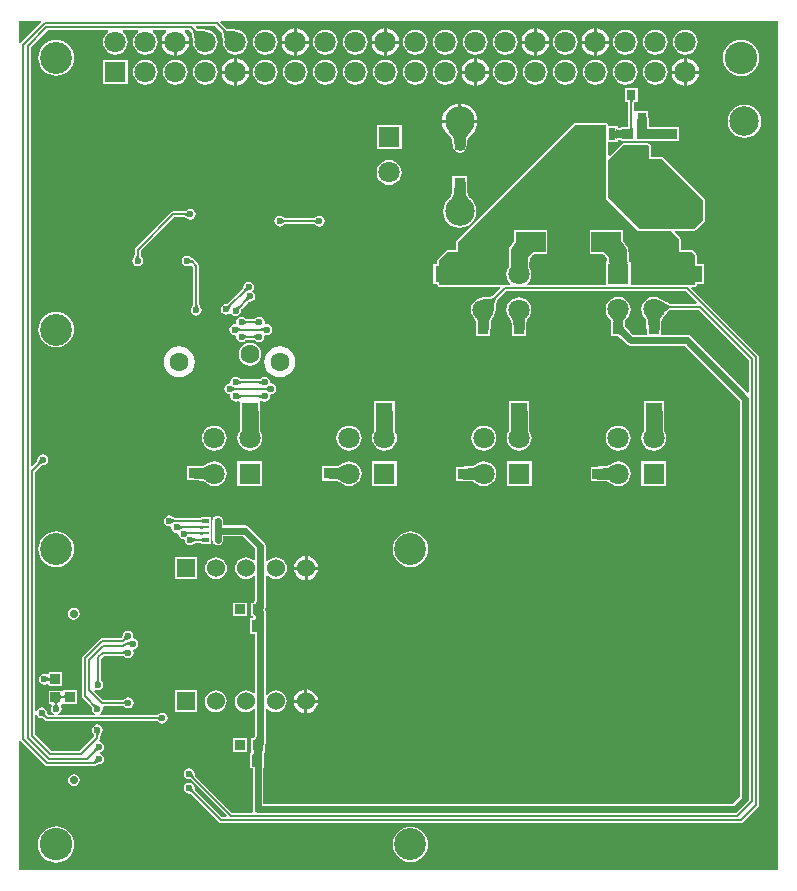
<source format=gbl>
G04*
G04 #@! TF.GenerationSoftware,Altium Limited,Altium Designer,19.1.9 (167)*
G04*
G04 Layer_Physical_Order=2*
G04 Layer_Color=16711680*
%FSLAX25Y25*%
%MOIN*%
G70*
G01*
G75*
%ADD13C,0.02362*%
%ADD23R,0.03543X0.03937*%
%ADD24R,0.03937X0.03543*%
%ADD27R,0.03347X0.03347*%
%ADD28R,0.03347X0.03347*%
%ADD44R,0.03150X0.03543*%
%ADD45C,0.03937*%
%ADD84C,0.00800*%
%ADD87C,0.03150*%
%ADD99C,0.09843*%
%ADD100R,0.07087X0.07087*%
%ADD101C,0.07087*%
%ADD102R,0.06299X0.06299*%
%ADD103C,0.06299*%
%ADD104C,0.06000*%
%ADD105R,0.06000X0.06000*%
%ADD106C,0.02756*%
%ADD107C,0.10630*%
%ADD108C,0.10827*%
%ADD109C,0.02362*%
%ADD110R,0.09646X0.14567*%
%ADD111R,0.02362X0.03937*%
%ADD112R,0.05512X0.07087*%
%ADD113R,0.07087X0.05512*%
%ADD114R,0.09843X0.06693*%
%ADD115R,0.01968X0.00984*%
%ADD116R,0.01968X0.01378*%
%ADD117R,0.03740X0.03543*%
%ADD118C,0.05512*%
%ADD119C,0.03543*%
G36*
X66069Y281454D02*
X66286Y281325D01*
X66545Y281213D01*
X66848Y281116D01*
X67194Y281034D01*
X67583Y280969D01*
X68490Y280886D01*
X69008Y280868D01*
X69569Y280866D01*
X66062Y277358D01*
X66060Y277919D01*
X65958Y279344D01*
X65893Y279733D01*
X65812Y280079D01*
X65715Y280382D01*
X65602Y280642D01*
X65474Y280859D01*
X65329Y281033D01*
X65895Y281598D01*
X66069Y281454D01*
D02*
G37*
G36*
X56069D02*
X56286Y281325D01*
X56545Y281213D01*
X56848Y281116D01*
X57194Y281034D01*
X57583Y280969D01*
X58490Y280886D01*
X59008Y280868D01*
X59569Y280866D01*
X56062Y277358D01*
X56060Y277919D01*
X55958Y279344D01*
X55893Y279733D01*
X55812Y280079D01*
X55715Y280382D01*
X55602Y280642D01*
X55474Y280859D01*
X55329Y281033D01*
X55895Y281598D01*
X56069Y281454D01*
D02*
G37*
G36*
X4911Y283911D02*
X-1902Y277097D01*
X-2022Y276918D01*
X-2522Y277069D01*
Y284411D01*
X4704D01*
X4911Y283911D01*
D02*
G37*
G36*
X250554Y1414D02*
X-2522D01*
X-2522Y44224D01*
X-2022Y44375D01*
X-1902Y44195D01*
X6122Y36171D01*
X6453Y35950D01*
X6843Y35873D01*
X22521D01*
X22911Y35950D01*
X23242Y36171D01*
X23387Y36316D01*
X23453Y36340D01*
X23515Y36397D01*
X23558Y36432D01*
X23602Y36461D01*
X23647Y36485D01*
X23694Y36506D01*
X23745Y36524D01*
X23799Y36537D01*
X23859Y36548D01*
X23925Y36554D01*
X24020Y36556D01*
X24081Y36584D01*
X24711Y36709D01*
X25300Y37102D01*
X25694Y37692D01*
X25832Y38387D01*
X25694Y39081D01*
X25300Y39671D01*
X24711Y40064D01*
X24532Y40100D01*
Y40610D01*
X24711Y40645D01*
X25300Y41039D01*
X25694Y41628D01*
X25832Y42323D01*
X25694Y43018D01*
X25300Y43607D01*
X24711Y44001D01*
X24413Y44060D01*
X24248Y44602D01*
X24343Y44697D01*
X24564Y45028D01*
X24642Y45418D01*
Y46123D01*
X24671Y46186D01*
X24674Y46271D01*
X24681Y46326D01*
X24691Y46377D01*
X24706Y46426D01*
X24724Y46474D01*
X24748Y46522D01*
X24777Y46571D01*
X24812Y46621D01*
X24854Y46672D01*
X24919Y46740D01*
X24943Y46803D01*
X25300Y47337D01*
X25438Y48031D01*
X25300Y48726D01*
X24906Y49316D01*
X24317Y49709D01*
X23622Y49847D01*
X22927Y49709D01*
X22338Y49316D01*
X21944Y48726D01*
X21806Y48031D01*
X21944Y47337D01*
X22301Y46803D01*
X22325Y46740D01*
X22390Y46672D01*
X22433Y46621D01*
X22468Y46571D01*
X22496Y46522D01*
X22520Y46474D01*
X22538Y46426D01*
X22553Y46377D01*
X22563Y46326D01*
X22570Y46271D01*
X22573Y46186D01*
X22603Y46123D01*
Y45840D01*
X17713Y40951D01*
X8367D01*
X2813Y46504D01*
Y53138D01*
X3313Y53188D01*
X3333Y53091D01*
X3726Y52502D01*
X4315Y52108D01*
X4993Y51973D01*
X5034Y51956D01*
X5128Y51955D01*
X5192Y51950D01*
X5251Y51940D01*
X5304Y51927D01*
X5353Y51911D01*
X5399Y51891D01*
X5443Y51867D01*
X5486Y51839D01*
X5529Y51805D01*
X5591Y51748D01*
X5657Y51723D01*
X6132Y51248D01*
X6463Y51026D01*
X6853Y50949D01*
X43367D01*
X43431Y50920D01*
X43515Y50916D01*
X43570Y50910D01*
X43621Y50899D01*
X43671Y50885D01*
X43719Y50866D01*
X43766Y50843D01*
X43815Y50814D01*
X43865Y50779D01*
X43916Y50737D01*
X43984Y50672D01*
X44047Y50647D01*
X44581Y50291D01*
X45276Y50152D01*
X45970Y50291D01*
X46560Y50684D01*
X46953Y51274D01*
X47092Y51968D01*
X46953Y52663D01*
X46560Y53253D01*
X45970Y53646D01*
X45276Y53785D01*
X44581Y53646D01*
X44047Y53290D01*
X43984Y53265D01*
X43916Y53200D01*
X43865Y53158D01*
X43815Y53123D01*
X43766Y53094D01*
X43719Y53071D01*
X43671Y53052D01*
X43621Y53038D01*
X43570Y53027D01*
X43515Y53021D01*
X43431Y53017D01*
X43367Y52988D01*
X24472D01*
X24402Y53192D01*
X24388Y53488D01*
X24906Y53834D01*
X25300Y54423D01*
X25438Y55118D01*
X25349Y55567D01*
X25686Y56067D01*
X32048D01*
X32111Y56038D01*
X32196Y56034D01*
X32251Y56028D01*
X32302Y56017D01*
X32352Y56003D01*
X32400Y55984D01*
X32447Y55961D01*
X32496Y55932D01*
X32546Y55897D01*
X32597Y55855D01*
X32665Y55790D01*
X32728Y55765D01*
X33262Y55409D01*
X33957Y55271D01*
X34652Y55409D01*
X35241Y55802D01*
X35634Y56392D01*
X35773Y57086D01*
X35634Y57781D01*
X35241Y58371D01*
X34652Y58764D01*
X33957Y58903D01*
X33262Y58764D01*
X32728Y58408D01*
X32665Y58383D01*
X32597Y58318D01*
X32546Y58276D01*
X32496Y58241D01*
X32447Y58212D01*
X32400Y58189D01*
X32352Y58170D01*
X32302Y58156D01*
X32251Y58145D01*
X32196Y58139D01*
X32111Y58135D01*
X32048Y58106D01*
X25494D01*
X22572Y61028D01*
X22891Y61416D01*
X23044Y61314D01*
X23739Y61176D01*
X24434Y61314D01*
X25023Y61708D01*
X25416Y62297D01*
X25555Y62992D01*
X25416Y63687D01*
X25060Y64221D01*
X25036Y64284D01*
X24970Y64352D01*
X24928Y64403D01*
X24893Y64453D01*
X24864Y64501D01*
X24841Y64549D01*
X24822Y64597D01*
X24808Y64646D01*
X24797Y64698D01*
X24791Y64753D01*
X24788Y64837D01*
X24758Y64901D01*
Y71773D01*
X25785Y72799D01*
X31949D01*
X32013Y72770D01*
X32097Y72767D01*
X32153Y72760D01*
X32204Y72750D01*
X32253Y72735D01*
X32301Y72716D01*
X32349Y72693D01*
X32398Y72664D01*
X32447Y72629D01*
X32498Y72587D01*
X32567Y72522D01*
X32630Y72498D01*
X33163Y72141D01*
X33858Y72003D01*
X34553Y72141D01*
X35142Y72535D01*
X35536Y73124D01*
X35674Y73819D01*
X35536Y74514D01*
X35774Y75058D01*
X36123Y75127D01*
X36712Y75521D01*
X37105Y76110D01*
X37244Y76805D01*
X37105Y77500D01*
X36712Y78089D01*
X36123Y78483D01*
X35484Y78610D01*
X35464Y78658D01*
X35602Y79353D01*
X35464Y80048D01*
X35070Y80637D01*
X34481Y81031D01*
X33786Y81169D01*
X33092Y81031D01*
X32502Y80637D01*
X32109Y80048D01*
X31984Y79419D01*
X31956Y79357D01*
X31954Y79263D01*
X31948Y79197D01*
X31937Y79137D01*
X31923Y79082D01*
X31906Y79032D01*
X31885Y78985D01*
X31861Y78940D01*
X31832Y78896D01*
X31797Y78852D01*
X31740Y78790D01*
X31723Y78744D01*
X25308D01*
X24918Y78667D01*
X24587Y78446D01*
X18743Y72601D01*
X18522Y72270D01*
X18444Y71880D01*
Y59276D01*
X18522Y58886D01*
X18743Y58555D01*
X21551Y55747D01*
X21576Y55681D01*
X21633Y55619D01*
X21667Y55576D01*
X21696Y55532D01*
X21721Y55487D01*
X21742Y55440D01*
X21759Y55389D01*
X21773Y55335D01*
X21783Y55275D01*
X21790Y55209D01*
X21792Y55114D01*
X21819Y55053D01*
X21944Y54423D01*
X22338Y53834D01*
X22856Y53488D01*
X22842Y53192D01*
X22772Y52988D01*
X10693D01*
X10623Y53191D01*
X10609Y53488D01*
X11127Y53834D01*
X11521Y54423D01*
X11659Y55118D01*
X11521Y55813D01*
X11463Y55899D01*
X11634Y56444D01*
X11898Y56585D01*
D01*
X12320Y56782D01*
X16840D01*
Y61328D01*
X12294D01*
Y61328D01*
X11898Y61132D01*
X7352D01*
Y56585D01*
X8078D01*
X8081Y56584D01*
X8347Y56085D01*
X8165Y55813D01*
X8027Y55118D01*
X8165Y54423D01*
X8559Y53834D01*
X9076Y53488D01*
X9063Y53191D01*
X8993Y52988D01*
X7276D01*
X7089Y53175D01*
X7065Y53241D01*
X7007Y53303D01*
X6972Y53347D01*
X6943Y53391D01*
X6917Y53438D01*
X6896Y53486D01*
X6877Y53537D01*
X6863Y53593D01*
X6851Y53655D01*
X6844Y53722D01*
X6840Y53817D01*
X6805Y53895D01*
X6688Y54481D01*
X6294Y55070D01*
X5705Y55464D01*
X5010Y55602D01*
X4315Y55464D01*
X3726Y55070D01*
X3333Y54481D01*
X3313Y54384D01*
X2813Y54434D01*
Y134051D01*
X4765Y136002D01*
X4831Y136027D01*
X4893Y136084D01*
X4936Y136118D01*
X4980Y136147D01*
X5025Y136172D01*
X5072Y136193D01*
X5123Y136210D01*
X5177Y136224D01*
X5237Y136234D01*
X5303Y136240D01*
X5397Y136243D01*
X5459Y136270D01*
X6089Y136395D01*
X6678Y136789D01*
X7071Y137378D01*
X7210Y138073D01*
X7071Y138768D01*
X6678Y139357D01*
X6089Y139751D01*
X5394Y139889D01*
X4699Y139751D01*
X4110Y139357D01*
X3716Y138768D01*
X3591Y138138D01*
X3563Y138077D01*
X3561Y137982D01*
X3555Y137916D01*
X3545Y137856D01*
X3531Y137802D01*
X3513Y137752D01*
X3492Y137704D01*
X3468Y137659D01*
X3439Y137616D01*
X3405Y137572D01*
X3347Y137510D01*
X3323Y137444D01*
X1875Y135996D01*
X1413Y136188D01*
X1413Y275549D01*
X7039Y281175D01*
X26997D01*
X27167Y280675D01*
X26650Y280278D01*
X25986Y279412D01*
X25568Y278404D01*
X25426Y277323D01*
X25568Y276241D01*
X25986Y275233D01*
X26650Y274368D01*
X27515Y273704D01*
X28523Y273286D01*
X29605Y273144D01*
X30686Y273286D01*
X31694Y273704D01*
X32560Y274368D01*
X33224Y275233D01*
X33641Y276241D01*
X33784Y277323D01*
X33641Y278404D01*
X33224Y279412D01*
X32560Y280278D01*
X32043Y280675D01*
X32212Y281175D01*
X36997D01*
X37167Y280675D01*
X36650Y280278D01*
X35986Y279412D01*
X35568Y278404D01*
X35426Y277323D01*
X35568Y276241D01*
X35986Y275233D01*
X36650Y274368D01*
X37515Y273704D01*
X38523Y273286D01*
X39605Y273144D01*
X40686Y273286D01*
X41694Y273704D01*
X42560Y274368D01*
X43224Y275233D01*
X43641Y276241D01*
X43784Y277323D01*
X43641Y278404D01*
X43224Y279412D01*
X42560Y280278D01*
X42043Y280675D01*
X42213Y281175D01*
X46384D01*
X46544Y280701D01*
X46364Y280563D01*
X45636Y279614D01*
X45178Y278509D01*
X45088Y277823D01*
X54122D01*
X54031Y278509D01*
X53573Y279614D01*
X52845Y280563D01*
X52665Y280701D01*
X52826Y281175D01*
X54311D01*
X54812Y280673D01*
X54830Y280618D01*
X54941Y280483D01*
X55023Y280346D01*
X55106Y280153D01*
X55186Y279906D01*
X55256Y279605D01*
X55313Y279267D01*
X55410Y277895D01*
X55412Y277356D01*
X55426Y277323D01*
X55426Y277323D01*
X55568Y276241D01*
X55986Y275233D01*
X56650Y274368D01*
X57515Y273704D01*
X58523Y273286D01*
X59605Y273144D01*
X60686Y273286D01*
X61694Y273704D01*
X62560Y274368D01*
X63224Y275233D01*
X63641Y276241D01*
X63784Y277323D01*
X63641Y278404D01*
X63224Y279412D01*
X62560Y280278D01*
X61694Y280942D01*
X60686Y281360D01*
X59605Y281502D01*
X59604Y281502D01*
X59572Y281515D01*
X59021Y281517D01*
X58531Y281534D01*
X57667Y281614D01*
X57322Y281672D01*
X57022Y281742D01*
X56774Y281821D01*
X56729Y281841D01*
X56482Y282369D01*
X56604Y282575D01*
X62911D01*
X64812Y280673D01*
X64830Y280618D01*
X64941Y280483D01*
X65023Y280346D01*
X65106Y280153D01*
X65186Y279906D01*
X65256Y279605D01*
X65313Y279267D01*
X65410Y277895D01*
X65412Y277356D01*
X65426Y277323D01*
X65426Y277323D01*
X65568Y276241D01*
X65986Y275233D01*
X66650Y274368D01*
X67515Y273704D01*
X68523Y273286D01*
X69605Y273144D01*
X70686Y273286D01*
X71694Y273704D01*
X72560Y274368D01*
X73224Y275233D01*
X73641Y276241D01*
X73784Y277323D01*
X73641Y278404D01*
X73224Y279412D01*
X72560Y280278D01*
X71694Y280942D01*
X70686Y281360D01*
X69605Y281502D01*
X69604Y281502D01*
X69572Y281515D01*
X69020Y281517D01*
X68531Y281534D01*
X67667Y281614D01*
X67322Y281672D01*
X67022Y281742D01*
X66774Y281821D01*
X66582Y281905D01*
X66444Y281986D01*
X66310Y282098D01*
X66254Y282115D01*
X64459Y283911D01*
X64666Y284411D01*
X250554D01*
Y1414D01*
D02*
G37*
G36*
X5382Y136892D02*
X5264Y136889D01*
X5151Y136878D01*
X5042Y136860D01*
X4936Y136833D01*
X4835Y136798D01*
X4738Y136755D01*
X4645Y136704D01*
X4556Y136645D01*
X4471Y136578D01*
X4390Y136503D01*
X3824Y137069D01*
X3899Y137150D01*
X3966Y137235D01*
X4025Y137324D01*
X4076Y137417D01*
X4118Y137514D01*
X4153Y137616D01*
X4180Y137721D01*
X4199Y137830D01*
X4210Y137944D01*
X4213Y138061D01*
X5382Y136892D01*
D02*
G37*
G36*
X33775Y78172D02*
X33657Y78169D01*
X33544Y78158D01*
X33434Y78140D01*
X33329Y78113D01*
X33228Y78078D01*
X33131Y78035D01*
X33037Y77984D01*
X32948Y77925D01*
X32863Y77858D01*
X32782Y77783D01*
X32217Y78349D01*
X32292Y78430D01*
X32359Y78515D01*
X32417Y78604D01*
X32468Y78697D01*
X32511Y78794D01*
X32546Y78896D01*
X32573Y79001D01*
X32592Y79110D01*
X32603Y79224D01*
X32605Y79341D01*
X33775Y78172D01*
D02*
G37*
G36*
X34584Y75978D02*
X34499Y76060D01*
X34411Y76132D01*
X34321Y76196D01*
X34227Y76252D01*
X34131Y76298D01*
X34032Y76337D01*
X33930Y76367D01*
X33825Y76388D01*
X33718Y76401D01*
X33608Y76405D01*
Y77205D01*
X33718Y77209D01*
X33825Y77222D01*
X33930Y77244D01*
X34032Y77273D01*
X34131Y77312D01*
X34227Y77359D01*
X34321Y77414D01*
X34411Y77478D01*
X34499Y77551D01*
X34584Y77632D01*
Y75978D01*
D02*
G37*
G36*
X33015Y72992D02*
X32930Y73073D01*
X32842Y73146D01*
X32751Y73210D01*
X32658Y73265D01*
X32561Y73312D01*
X32462Y73351D01*
X32361Y73380D01*
X32256Y73402D01*
X32149Y73414D01*
X32038Y73419D01*
Y74219D01*
X32149Y74223D01*
X32256Y74236D01*
X32361Y74257D01*
X32462Y74287D01*
X32561Y74326D01*
X32658Y74372D01*
X32751Y74428D01*
X32842Y74492D01*
X32930Y74564D01*
X33015Y74646D01*
Y72992D01*
D02*
G37*
G36*
X24143Y64702D02*
X24156Y64594D01*
X24177Y64490D01*
X24207Y64388D01*
X24245Y64289D01*
X24292Y64193D01*
X24348Y64099D01*
X24412Y64008D01*
X24484Y63921D01*
X24565Y63836D01*
X22912D01*
X22993Y63921D01*
X23065Y64008D01*
X23130Y64099D01*
X23185Y64193D01*
X23232Y64289D01*
X23270Y64388D01*
X23300Y64490D01*
X23322Y64594D01*
X23334Y64702D01*
X23339Y64812D01*
X24139D01*
X24143Y64702D01*
D02*
G37*
G36*
X12918Y58255D02*
X12910Y58331D01*
X12885Y58399D01*
X12845Y58459D01*
X12788Y58511D01*
X12715Y58555D01*
X12625Y58591D01*
X12520Y58619D01*
X12398Y58639D01*
X12260Y58651D01*
X12106Y58655D01*
Y59455D01*
X12260Y59459D01*
X12398Y59471D01*
X12520Y59491D01*
X12625Y59519D01*
X12715Y59555D01*
X12788Y59599D01*
X12845Y59651D01*
X12885Y59711D01*
X12910Y59779D01*
X12918Y59855D01*
Y58255D01*
D02*
G37*
G36*
X11282Y59779D02*
X11307Y59711D01*
X11347Y59651D01*
X11404Y59599D01*
X11477Y59555D01*
X11566Y59519D01*
X11672Y59491D01*
X11794Y59471D01*
X11932Y59459D01*
X12086Y59455D01*
Y58655D01*
X11932Y58651D01*
X11794Y58639D01*
X11672Y58619D01*
X11566Y58591D01*
X11477Y58555D01*
X11404Y58511D01*
X11347Y58459D01*
X11307Y58399D01*
X11282Y58331D01*
X11274Y58255D01*
Y59855D01*
X11282Y59779D01*
D02*
G37*
G36*
X33113Y56260D02*
X33028Y56341D01*
X32940Y56413D01*
X32850Y56477D01*
X32756Y56533D01*
X32660Y56580D01*
X32561Y56618D01*
X32459Y56648D01*
X32354Y56669D01*
X32247Y56682D01*
X32137Y56687D01*
Y57486D01*
X32247Y57491D01*
X32354Y57504D01*
X32459Y57525D01*
X32561Y57555D01*
X32660Y57593D01*
X32756Y57640D01*
X32850Y57696D01*
X32940Y57760D01*
X33028Y57832D01*
X33113Y57913D01*
Y56260D01*
D02*
G37*
G36*
X10567Y57201D02*
X10499Y57177D01*
X10439Y57136D01*
X10387Y57079D01*
X10343Y57006D01*
X10307Y56917D01*
X10279Y56811D01*
X10262Y56709D01*
X10281Y56616D01*
X10311Y56514D01*
X10350Y56415D01*
X10396Y56319D01*
X10452Y56225D01*
X10516Y56134D01*
X10588Y56047D01*
X10670Y55962D01*
X9016D01*
X9097Y56047D01*
X9170Y56134D01*
X9234Y56225D01*
X9289Y56319D01*
X9336Y56415D01*
X9375Y56514D01*
X9404Y56616D01*
X9424Y56709D01*
X9407Y56811D01*
X9379Y56917D01*
X9343Y57006D01*
X9299Y57079D01*
X9247Y57136D01*
X9187Y57177D01*
X9119Y57201D01*
X9043Y57209D01*
X10643D01*
X10567Y57201D01*
D02*
G37*
G36*
X22699Y56613D02*
X22784Y56546D01*
X22873Y56487D01*
X22966Y56436D01*
X23063Y56393D01*
X23165Y56358D01*
X23270Y56332D01*
X23379Y56313D01*
X23493Y56302D01*
X23610Y56299D01*
X22441Y55130D01*
X22438Y55247D01*
X22427Y55361D01*
X22409Y55470D01*
X22382Y55576D01*
X22347Y55677D01*
X22304Y55774D01*
X22253Y55867D01*
X22194Y55956D01*
X22127Y56041D01*
X22052Y56122D01*
X22618Y56688D01*
X22699Y56613D01*
D02*
G37*
G36*
X6196Y53675D02*
X6208Y53561D01*
X6228Y53451D01*
X6256Y53346D01*
X6292Y53245D01*
X6336Y53147D01*
X6387Y53054D01*
X6446Y52965D01*
X6513Y52880D01*
X6588Y52799D01*
X6032Y52225D01*
X5951Y52300D01*
X5865Y52367D01*
X5776Y52425D01*
X5683Y52476D01*
X5586Y52518D01*
X5485Y52552D01*
X5380Y52577D01*
X5271Y52595D01*
X5157Y52604D01*
X5040Y52605D01*
X6191Y53792D01*
X6196Y53675D01*
D02*
G37*
G36*
X44432Y51142D02*
X44347Y51223D01*
X44259Y51295D01*
X44168Y51359D01*
X44075Y51415D01*
X43979Y51462D01*
X43880Y51500D01*
X43778Y51530D01*
X43673Y51551D01*
X43566Y51564D01*
X43456Y51569D01*
Y52368D01*
X43566Y52373D01*
X43673Y52386D01*
X43778Y52407D01*
X43880Y52437D01*
X43979Y52475D01*
X44075Y52522D01*
X44168Y52578D01*
X44259Y52642D01*
X44347Y52714D01*
X44432Y52795D01*
Y51142D01*
D02*
G37*
G36*
X24368Y47103D02*
X24295Y47015D01*
X24231Y46924D01*
X24176Y46831D01*
X24129Y46735D01*
X24090Y46636D01*
X24060Y46534D01*
X24039Y46429D01*
X24026Y46322D01*
X24022Y46211D01*
X23222D01*
X23218Y46322D01*
X23205Y46429D01*
X23184Y46534D01*
X23154Y46636D01*
X23115Y46735D01*
X23068Y46831D01*
X23013Y46924D01*
X22949Y47015D01*
X22876Y47103D01*
X22795Y47188D01*
X24449D01*
X24368Y47103D01*
D02*
G37*
G36*
X24004Y41142D02*
X23886Y41139D01*
X23773Y41128D01*
X23664Y41109D01*
X23558Y41083D01*
X23457Y41048D01*
X23360Y41005D01*
X23267Y40954D01*
X23178Y40895D01*
X23093Y40828D01*
X23012Y40753D01*
X22446Y41319D01*
X22521Y41400D01*
X22588Y41485D01*
X22647Y41574D01*
X22698Y41667D01*
X22740Y41764D01*
X22775Y41865D01*
X22802Y41971D01*
X22821Y42080D01*
X22832Y42193D01*
X22835Y42311D01*
X24004Y41142D01*
D02*
G37*
G36*
Y37206D02*
X23886Y37203D01*
X23773Y37192D01*
X23664Y37173D01*
X23558Y37146D01*
X23457Y37111D01*
X23360Y37069D01*
X23267Y37018D01*
X23178Y36959D01*
X23093Y36892D01*
X23012Y36817D01*
X22446Y37383D01*
X22521Y37464D01*
X22588Y37549D01*
X22647Y37638D01*
X22698Y37731D01*
X22740Y37828D01*
X22775Y37929D01*
X22802Y38034D01*
X22821Y38144D01*
X22832Y38257D01*
X22835Y38375D01*
X24004Y37206D01*
D02*
G37*
%LPC*%
G36*
X190105Y281839D02*
Y277823D01*
X194122D01*
X194031Y278509D01*
X193573Y279614D01*
X192845Y280563D01*
X191896Y281291D01*
X190791Y281749D01*
X190105Y281839D01*
D02*
G37*
G36*
X189105D02*
X188419Y281749D01*
X187313Y281291D01*
X186364Y280563D01*
X185636Y279614D01*
X185178Y278509D01*
X185088Y277823D01*
X189105D01*
Y281839D01*
D02*
G37*
G36*
X170105D02*
Y277823D01*
X174121D01*
X174031Y278509D01*
X173573Y279614D01*
X172845Y280563D01*
X171896Y281291D01*
X170791Y281749D01*
X170105Y281839D01*
D02*
G37*
G36*
X169105D02*
X168419Y281749D01*
X167314Y281291D01*
X166365Y280563D01*
X165636Y279614D01*
X165178Y278509D01*
X165088Y277823D01*
X169105D01*
Y281839D01*
D02*
G37*
G36*
X120105D02*
Y277823D01*
X124121D01*
X124031Y278509D01*
X123573Y279614D01*
X122845Y280563D01*
X121896Y281291D01*
X120791Y281749D01*
X120105Y281839D01*
D02*
G37*
G36*
X119105D02*
X118419Y281749D01*
X117314Y281291D01*
X116365Y280563D01*
X115636Y279614D01*
X115178Y278509D01*
X115088Y277823D01*
X119105D01*
Y281839D01*
D02*
G37*
G36*
X90105D02*
Y277823D01*
X94121D01*
X94031Y278509D01*
X93573Y279614D01*
X92845Y280563D01*
X91896Y281291D01*
X90791Y281749D01*
X90105Y281839D01*
D02*
G37*
G36*
X89105D02*
X88419Y281749D01*
X87313Y281291D01*
X86364Y280563D01*
X85636Y279614D01*
X85178Y278509D01*
X85088Y277823D01*
X89105D01*
Y281839D01*
D02*
G37*
G36*
X219605Y281502D02*
X218523Y281360D01*
X217515Y280942D01*
X216650Y280278D01*
X215986Y279412D01*
X215568Y278404D01*
X215426Y277323D01*
X215568Y276241D01*
X215986Y275233D01*
X216650Y274368D01*
X217515Y273704D01*
X218523Y273286D01*
X219605Y273144D01*
X220686Y273286D01*
X221694Y273704D01*
X222560Y274368D01*
X223224Y275233D01*
X223641Y276241D01*
X223784Y277323D01*
X223641Y278404D01*
X223224Y279412D01*
X222560Y280278D01*
X221694Y280942D01*
X220686Y281360D01*
X219605Y281502D01*
D02*
G37*
G36*
X209605D02*
X208523Y281360D01*
X207515Y280942D01*
X206650Y280278D01*
X205986Y279412D01*
X205568Y278404D01*
X205426Y277323D01*
X205568Y276241D01*
X205986Y275233D01*
X206650Y274368D01*
X207515Y273704D01*
X208523Y273286D01*
X209605Y273144D01*
X210686Y273286D01*
X211694Y273704D01*
X212560Y274368D01*
X213224Y275233D01*
X213641Y276241D01*
X213784Y277323D01*
X213641Y278404D01*
X213224Y279412D01*
X212560Y280278D01*
X211694Y280942D01*
X210686Y281360D01*
X209605Y281502D01*
D02*
G37*
G36*
X199605D02*
X198523Y281360D01*
X197515Y280942D01*
X196650Y280278D01*
X195986Y279412D01*
X195568Y278404D01*
X195426Y277323D01*
X195568Y276241D01*
X195986Y275233D01*
X196650Y274368D01*
X197515Y273704D01*
X198523Y273286D01*
X199605Y273144D01*
X200686Y273286D01*
X201694Y273704D01*
X202560Y274368D01*
X203224Y275233D01*
X203641Y276241D01*
X203784Y277323D01*
X203641Y278404D01*
X203224Y279412D01*
X202560Y280278D01*
X201694Y280942D01*
X200686Y281360D01*
X199605Y281502D01*
D02*
G37*
G36*
X179605D02*
X178523Y281360D01*
X177515Y280942D01*
X176650Y280278D01*
X175986Y279412D01*
X175568Y278404D01*
X175426Y277323D01*
X175568Y276241D01*
X175986Y275233D01*
X176650Y274368D01*
X177515Y273704D01*
X178523Y273286D01*
X179605Y273144D01*
X180686Y273286D01*
X181694Y273704D01*
X182560Y274368D01*
X183224Y275233D01*
X183641Y276241D01*
X183784Y277323D01*
X183641Y278404D01*
X183224Y279412D01*
X182560Y280278D01*
X181694Y280942D01*
X180686Y281360D01*
X179605Y281502D01*
D02*
G37*
G36*
X159605D02*
X158523Y281360D01*
X157515Y280942D01*
X156650Y280278D01*
X155986Y279412D01*
X155568Y278404D01*
X155426Y277323D01*
X155568Y276241D01*
X155986Y275233D01*
X156650Y274368D01*
X157515Y273704D01*
X158523Y273286D01*
X159605Y273144D01*
X160686Y273286D01*
X161694Y273704D01*
X162560Y274368D01*
X163224Y275233D01*
X163641Y276241D01*
X163784Y277323D01*
X163641Y278404D01*
X163224Y279412D01*
X162560Y280278D01*
X161694Y280942D01*
X160686Y281360D01*
X159605Y281502D01*
D02*
G37*
G36*
X149605D02*
X148523Y281360D01*
X147515Y280942D01*
X146650Y280278D01*
X145986Y279412D01*
X145568Y278404D01*
X145426Y277323D01*
X145568Y276241D01*
X145986Y275233D01*
X146650Y274368D01*
X147515Y273704D01*
X148523Y273286D01*
X149605Y273144D01*
X150686Y273286D01*
X151694Y273704D01*
X152560Y274368D01*
X153224Y275233D01*
X153641Y276241D01*
X153784Y277323D01*
X153641Y278404D01*
X153224Y279412D01*
X152560Y280278D01*
X151694Y280942D01*
X150686Y281360D01*
X149605Y281502D01*
D02*
G37*
G36*
X139605D02*
X138523Y281360D01*
X137515Y280942D01*
X136650Y280278D01*
X135986Y279412D01*
X135568Y278404D01*
X135426Y277323D01*
X135568Y276241D01*
X135986Y275233D01*
X136650Y274368D01*
X137515Y273704D01*
X138523Y273286D01*
X139605Y273144D01*
X140686Y273286D01*
X141694Y273704D01*
X142560Y274368D01*
X143224Y275233D01*
X143641Y276241D01*
X143784Y277323D01*
X143641Y278404D01*
X143224Y279412D01*
X142560Y280278D01*
X141694Y280942D01*
X140686Y281360D01*
X139605Y281502D01*
D02*
G37*
G36*
X129605D02*
X128523Y281360D01*
X127515Y280942D01*
X126650Y280278D01*
X125986Y279412D01*
X125568Y278404D01*
X125426Y277323D01*
X125568Y276241D01*
X125986Y275233D01*
X126650Y274368D01*
X127515Y273704D01*
X128523Y273286D01*
X129605Y273144D01*
X130686Y273286D01*
X131694Y273704D01*
X132560Y274368D01*
X133224Y275233D01*
X133641Y276241D01*
X133784Y277323D01*
X133641Y278404D01*
X133224Y279412D01*
X132560Y280278D01*
X131694Y280942D01*
X130686Y281360D01*
X129605Y281502D01*
D02*
G37*
G36*
X109605D02*
X108523Y281360D01*
X107515Y280942D01*
X106650Y280278D01*
X105986Y279412D01*
X105568Y278404D01*
X105426Y277323D01*
X105568Y276241D01*
X105986Y275233D01*
X106650Y274368D01*
X107515Y273704D01*
X108523Y273286D01*
X109605Y273144D01*
X110686Y273286D01*
X111694Y273704D01*
X112560Y274368D01*
X113224Y275233D01*
X113641Y276241D01*
X113784Y277323D01*
X113641Y278404D01*
X113224Y279412D01*
X112560Y280278D01*
X111694Y280942D01*
X110686Y281360D01*
X109605Y281502D01*
D02*
G37*
G36*
X99605D02*
X98523Y281360D01*
X97515Y280942D01*
X96650Y280278D01*
X95986Y279412D01*
X95568Y278404D01*
X95426Y277323D01*
X95568Y276241D01*
X95986Y275233D01*
X96650Y274368D01*
X97515Y273704D01*
X98523Y273286D01*
X99605Y273144D01*
X100686Y273286D01*
X101694Y273704D01*
X102560Y274368D01*
X103224Y275233D01*
X103641Y276241D01*
X103784Y277323D01*
X103641Y278404D01*
X103224Y279412D01*
X102560Y280278D01*
X101694Y280942D01*
X100686Y281360D01*
X99605Y281502D01*
D02*
G37*
G36*
X79605D02*
X78523Y281360D01*
X77515Y280942D01*
X76650Y280278D01*
X75986Y279412D01*
X75568Y278404D01*
X75426Y277323D01*
X75568Y276241D01*
X75986Y275233D01*
X76650Y274368D01*
X77515Y273704D01*
X78523Y273286D01*
X79605Y273144D01*
X80686Y273286D01*
X81694Y273704D01*
X82560Y274368D01*
X83224Y275233D01*
X83641Y276241D01*
X83784Y277323D01*
X83641Y278404D01*
X83224Y279412D01*
X82560Y280278D01*
X81694Y280942D01*
X80686Y281360D01*
X79605Y281502D01*
D02*
G37*
G36*
X194122Y276823D02*
X190105D01*
Y272806D01*
X190791Y272896D01*
X191896Y273354D01*
X192845Y274082D01*
X193573Y275032D01*
X194031Y276137D01*
X194122Y276823D01*
D02*
G37*
G36*
X189105D02*
X185088D01*
X185178Y276137D01*
X185636Y275032D01*
X186364Y274082D01*
X187313Y273354D01*
X188419Y272896D01*
X189105Y272806D01*
Y276823D01*
D02*
G37*
G36*
X174121D02*
X170105D01*
Y272806D01*
X170791Y272896D01*
X171896Y273354D01*
X172845Y274082D01*
X173573Y275032D01*
X174031Y276137D01*
X174121Y276823D01*
D02*
G37*
G36*
X169105D02*
X165088D01*
X165178Y276137D01*
X165636Y275032D01*
X166365Y274082D01*
X167314Y273354D01*
X168419Y272896D01*
X169105Y272806D01*
Y276823D01*
D02*
G37*
G36*
X124121D02*
X120105D01*
Y272806D01*
X120791Y272896D01*
X121896Y273354D01*
X122845Y274082D01*
X123573Y275032D01*
X124031Y276137D01*
X124121Y276823D01*
D02*
G37*
G36*
X119105D02*
X115088D01*
X115178Y276137D01*
X115636Y275032D01*
X116365Y274082D01*
X117314Y273354D01*
X118419Y272896D01*
X119105Y272806D01*
Y276823D01*
D02*
G37*
G36*
X94121D02*
X90105D01*
Y272806D01*
X90791Y272896D01*
X91896Y273354D01*
X92845Y274082D01*
X93573Y275032D01*
X94031Y276137D01*
X94121Y276823D01*
D02*
G37*
G36*
X89105D02*
X85088D01*
X85178Y276137D01*
X85636Y275032D01*
X86364Y274082D01*
X87313Y273354D01*
X88419Y272896D01*
X89105Y272806D01*
Y276823D01*
D02*
G37*
G36*
X54122D02*
X50105D01*
Y272806D01*
X50791Y272896D01*
X51896Y273354D01*
X52845Y274082D01*
X53573Y275032D01*
X54031Y276137D01*
X54122Y276823D01*
D02*
G37*
G36*
X49105D02*
X45088D01*
X45178Y276137D01*
X45636Y275032D01*
X46364Y274082D01*
X47313Y273354D01*
X48419Y272896D01*
X49105Y272806D01*
Y276823D01*
D02*
G37*
G36*
X220105Y271839D02*
Y267823D01*
X224121D01*
X224031Y268509D01*
X223573Y269614D01*
X222845Y270563D01*
X221896Y271291D01*
X220791Y271749D01*
X220105Y271839D01*
D02*
G37*
G36*
X219105D02*
X218419Y271749D01*
X217314Y271291D01*
X216364Y270563D01*
X215636Y269614D01*
X215178Y268509D01*
X215088Y267823D01*
X219105D01*
Y271839D01*
D02*
G37*
G36*
X150105D02*
Y267823D01*
X154121D01*
X154031Y268509D01*
X153573Y269614D01*
X152845Y270563D01*
X151896Y271291D01*
X150791Y271749D01*
X150105Y271839D01*
D02*
G37*
G36*
X149105D02*
X148419Y271749D01*
X147313Y271291D01*
X146364Y270563D01*
X145636Y269614D01*
X145178Y268509D01*
X145088Y267823D01*
X149105D01*
Y271839D01*
D02*
G37*
G36*
X70105D02*
Y267823D01*
X74121D01*
X74031Y268509D01*
X73573Y269614D01*
X72845Y270563D01*
X71896Y271291D01*
X70791Y271749D01*
X70105Y271839D01*
D02*
G37*
G36*
X69105D02*
X68419Y271749D01*
X67313Y271291D01*
X66364Y270563D01*
X65636Y269614D01*
X65178Y268509D01*
X65088Y267823D01*
X69105D01*
Y271839D01*
D02*
G37*
G36*
X9841Y277991D02*
X8681Y277877D01*
X7566Y277538D01*
X6539Y276989D01*
X5638Y276250D01*
X4899Y275349D01*
X4350Y274322D01*
X4012Y273207D01*
X3897Y272047D01*
X4012Y270888D01*
X4350Y269773D01*
X4899Y268745D01*
X5638Y267845D01*
X6539Y267105D01*
X7566Y266556D01*
X8681Y266218D01*
X9841Y266104D01*
X11000Y266218D01*
X12116Y266556D01*
X13143Y267105D01*
X14044Y267845D01*
X14783Y268745D01*
X15332Y269773D01*
X15670Y270888D01*
X15785Y272047D01*
X15670Y273207D01*
X15332Y274322D01*
X14783Y275349D01*
X14044Y276250D01*
X13143Y276989D01*
X12116Y277538D01*
X11000Y277877D01*
X9841Y277991D01*
D02*
G37*
G36*
X238187Y278090D02*
X237009Y277974D01*
X235875Y277630D01*
X234830Y277071D01*
X233915Y276320D01*
X233163Y275404D01*
X232605Y274360D01*
X232261Y273226D01*
X232145Y272047D01*
X232261Y270868D01*
X232605Y269735D01*
X233163Y268690D01*
X233915Y267775D01*
X234830Y267023D01*
X235875Y266465D01*
X237009Y266121D01*
X238187Y266005D01*
X239366Y266121D01*
X240500Y266465D01*
X241544Y267023D01*
X242460Y267775D01*
X243212Y268690D01*
X243770Y269735D01*
X244114Y270868D01*
X244230Y272047D01*
X244114Y273226D01*
X243770Y274360D01*
X243212Y275404D01*
X242460Y276320D01*
X241544Y277071D01*
X240500Y277630D01*
X239366Y277974D01*
X238187Y278090D01*
D02*
G37*
G36*
X33748Y271466D02*
X25462D01*
Y263179D01*
X33748D01*
Y271466D01*
D02*
G37*
G36*
X209605Y271502D02*
X208523Y271359D01*
X207515Y270942D01*
X206650Y270278D01*
X205986Y269412D01*
X205568Y268404D01*
X205426Y267323D01*
X205568Y266241D01*
X205986Y265233D01*
X206650Y264368D01*
X207515Y263704D01*
X208523Y263286D01*
X209605Y263144D01*
X210686Y263286D01*
X211694Y263704D01*
X212560Y264368D01*
X213224Y265233D01*
X213641Y266241D01*
X213784Y267323D01*
X213641Y268404D01*
X213224Y269412D01*
X212560Y270278D01*
X211694Y270942D01*
X210686Y271359D01*
X209605Y271502D01*
D02*
G37*
G36*
X199605D02*
X198523Y271359D01*
X197515Y270942D01*
X196650Y270278D01*
X195986Y269412D01*
X195568Y268404D01*
X195426Y267323D01*
X195568Y266241D01*
X195986Y265233D01*
X196650Y264368D01*
X197515Y263704D01*
X198523Y263286D01*
X199605Y263144D01*
X200686Y263286D01*
X201694Y263704D01*
X202560Y264368D01*
X203224Y265233D01*
X203641Y266241D01*
X203784Y267323D01*
X203641Y268404D01*
X203224Y269412D01*
X202560Y270278D01*
X201694Y270942D01*
X200686Y271359D01*
X199605Y271502D01*
D02*
G37*
G36*
X189605D02*
X188523Y271359D01*
X187515Y270942D01*
X186650Y270278D01*
X185986Y269412D01*
X185568Y268404D01*
X185426Y267323D01*
X185568Y266241D01*
X185986Y265233D01*
X186650Y264368D01*
X187515Y263704D01*
X188523Y263286D01*
X189605Y263144D01*
X190686Y263286D01*
X191694Y263704D01*
X192560Y264368D01*
X193224Y265233D01*
X193641Y266241D01*
X193784Y267323D01*
X193641Y268404D01*
X193224Y269412D01*
X192560Y270278D01*
X191694Y270942D01*
X190686Y271359D01*
X189605Y271502D01*
D02*
G37*
G36*
X179605D02*
X178523Y271359D01*
X177515Y270942D01*
X176650Y270278D01*
X175986Y269412D01*
X175568Y268404D01*
X175426Y267323D01*
X175568Y266241D01*
X175986Y265233D01*
X176650Y264368D01*
X177515Y263704D01*
X178523Y263286D01*
X179605Y263144D01*
X180686Y263286D01*
X181694Y263704D01*
X182560Y264368D01*
X183224Y265233D01*
X183641Y266241D01*
X183784Y267323D01*
X183641Y268404D01*
X183224Y269412D01*
X182560Y270278D01*
X181694Y270942D01*
X180686Y271359D01*
X179605Y271502D01*
D02*
G37*
G36*
X169605D02*
X168523Y271359D01*
X167515Y270942D01*
X166650Y270278D01*
X165986Y269412D01*
X165568Y268404D01*
X165426Y267323D01*
X165568Y266241D01*
X165986Y265233D01*
X166650Y264368D01*
X167515Y263704D01*
X168523Y263286D01*
X169605Y263144D01*
X170686Y263286D01*
X171694Y263704D01*
X172560Y264368D01*
X173224Y265233D01*
X173641Y266241D01*
X173784Y267323D01*
X173641Y268404D01*
X173224Y269412D01*
X172560Y270278D01*
X171694Y270942D01*
X170686Y271359D01*
X169605Y271502D01*
D02*
G37*
G36*
X159605D02*
X158523Y271359D01*
X157515Y270942D01*
X156650Y270278D01*
X155986Y269412D01*
X155568Y268404D01*
X155426Y267323D01*
X155568Y266241D01*
X155986Y265233D01*
X156650Y264368D01*
X157515Y263704D01*
X158523Y263286D01*
X159605Y263144D01*
X160686Y263286D01*
X161694Y263704D01*
X162560Y264368D01*
X163224Y265233D01*
X163641Y266241D01*
X163784Y267323D01*
X163641Y268404D01*
X163224Y269412D01*
X162560Y270278D01*
X161694Y270942D01*
X160686Y271359D01*
X159605Y271502D01*
D02*
G37*
G36*
X139605D02*
X138523Y271359D01*
X137515Y270942D01*
X136650Y270278D01*
X135986Y269412D01*
X135568Y268404D01*
X135426Y267323D01*
X135568Y266241D01*
X135986Y265233D01*
X136650Y264368D01*
X137515Y263704D01*
X138523Y263286D01*
X139605Y263144D01*
X140686Y263286D01*
X141694Y263704D01*
X142560Y264368D01*
X143224Y265233D01*
X143641Y266241D01*
X143784Y267323D01*
X143641Y268404D01*
X143224Y269412D01*
X142560Y270278D01*
X141694Y270942D01*
X140686Y271359D01*
X139605Y271502D01*
D02*
G37*
G36*
X129605D02*
X128523Y271359D01*
X127515Y270942D01*
X126650Y270278D01*
X125986Y269412D01*
X125568Y268404D01*
X125426Y267323D01*
X125568Y266241D01*
X125986Y265233D01*
X126650Y264368D01*
X127515Y263704D01*
X128523Y263286D01*
X129605Y263144D01*
X130686Y263286D01*
X131694Y263704D01*
X132560Y264368D01*
X133224Y265233D01*
X133641Y266241D01*
X133784Y267323D01*
X133641Y268404D01*
X133224Y269412D01*
X132560Y270278D01*
X131694Y270942D01*
X130686Y271359D01*
X129605Y271502D01*
D02*
G37*
G36*
X119605D02*
X118523Y271359D01*
X117515Y270942D01*
X116650Y270278D01*
X115986Y269412D01*
X115568Y268404D01*
X115426Y267323D01*
X115568Y266241D01*
X115986Y265233D01*
X116650Y264368D01*
X117515Y263704D01*
X118523Y263286D01*
X119605Y263144D01*
X120686Y263286D01*
X121694Y263704D01*
X122560Y264368D01*
X123224Y265233D01*
X123641Y266241D01*
X123784Y267323D01*
X123641Y268404D01*
X123224Y269412D01*
X122560Y270278D01*
X121694Y270942D01*
X120686Y271359D01*
X119605Y271502D01*
D02*
G37*
G36*
X109605D02*
X108523Y271359D01*
X107515Y270942D01*
X106650Y270278D01*
X105986Y269412D01*
X105568Y268404D01*
X105426Y267323D01*
X105568Y266241D01*
X105986Y265233D01*
X106650Y264368D01*
X107515Y263704D01*
X108523Y263286D01*
X109605Y263144D01*
X110686Y263286D01*
X111694Y263704D01*
X112560Y264368D01*
X113224Y265233D01*
X113641Y266241D01*
X113784Y267323D01*
X113641Y268404D01*
X113224Y269412D01*
X112560Y270278D01*
X111694Y270942D01*
X110686Y271359D01*
X109605Y271502D01*
D02*
G37*
G36*
X99605D02*
X98523Y271359D01*
X97515Y270942D01*
X96650Y270278D01*
X95986Y269412D01*
X95568Y268404D01*
X95426Y267323D01*
X95568Y266241D01*
X95986Y265233D01*
X96650Y264368D01*
X97515Y263704D01*
X98523Y263286D01*
X99605Y263144D01*
X100686Y263286D01*
X101694Y263704D01*
X102560Y264368D01*
X103224Y265233D01*
X103641Y266241D01*
X103784Y267323D01*
X103641Y268404D01*
X103224Y269412D01*
X102560Y270278D01*
X101694Y270942D01*
X100686Y271359D01*
X99605Y271502D01*
D02*
G37*
G36*
X89605D02*
X88523Y271359D01*
X87515Y270942D01*
X86650Y270278D01*
X85986Y269412D01*
X85568Y268404D01*
X85426Y267323D01*
X85568Y266241D01*
X85986Y265233D01*
X86650Y264368D01*
X87515Y263704D01*
X88523Y263286D01*
X89605Y263144D01*
X90686Y263286D01*
X91694Y263704D01*
X92560Y264368D01*
X93224Y265233D01*
X93641Y266241D01*
X93784Y267323D01*
X93641Y268404D01*
X93224Y269412D01*
X92560Y270278D01*
X91694Y270942D01*
X90686Y271359D01*
X89605Y271502D01*
D02*
G37*
G36*
X79605D02*
X78523Y271359D01*
X77515Y270942D01*
X76650Y270278D01*
X75986Y269412D01*
X75568Y268404D01*
X75426Y267323D01*
X75568Y266241D01*
X75986Y265233D01*
X76650Y264368D01*
X77515Y263704D01*
X78523Y263286D01*
X79605Y263144D01*
X80686Y263286D01*
X81694Y263704D01*
X82560Y264368D01*
X83224Y265233D01*
X83641Y266241D01*
X83784Y267323D01*
X83641Y268404D01*
X83224Y269412D01*
X82560Y270278D01*
X81694Y270942D01*
X80686Y271359D01*
X79605Y271502D01*
D02*
G37*
G36*
X59605D02*
X58523Y271359D01*
X57515Y270942D01*
X56650Y270278D01*
X55986Y269412D01*
X55568Y268404D01*
X55426Y267323D01*
X55568Y266241D01*
X55986Y265233D01*
X56650Y264368D01*
X57515Y263704D01*
X58523Y263286D01*
X59605Y263144D01*
X60686Y263286D01*
X61694Y263704D01*
X62560Y264368D01*
X63224Y265233D01*
X63641Y266241D01*
X63784Y267323D01*
X63641Y268404D01*
X63224Y269412D01*
X62560Y270278D01*
X61694Y270942D01*
X60686Y271359D01*
X59605Y271502D01*
D02*
G37*
G36*
X49605D02*
X48523Y271359D01*
X47515Y270942D01*
X46650Y270278D01*
X45986Y269412D01*
X45568Y268404D01*
X45426Y267323D01*
X45568Y266241D01*
X45986Y265233D01*
X46650Y264368D01*
X47515Y263704D01*
X48523Y263286D01*
X49605Y263144D01*
X50686Y263286D01*
X51694Y263704D01*
X52560Y264368D01*
X53224Y265233D01*
X53641Y266241D01*
X53784Y267323D01*
X53641Y268404D01*
X53224Y269412D01*
X52560Y270278D01*
X51694Y270942D01*
X50686Y271359D01*
X49605Y271502D01*
D02*
G37*
G36*
X39605D02*
X38523Y271359D01*
X37515Y270942D01*
X36650Y270278D01*
X35986Y269412D01*
X35568Y268404D01*
X35426Y267323D01*
X35568Y266241D01*
X35986Y265233D01*
X36650Y264368D01*
X37515Y263704D01*
X38523Y263286D01*
X39605Y263144D01*
X40686Y263286D01*
X41694Y263704D01*
X42560Y264368D01*
X43224Y265233D01*
X43641Y266241D01*
X43784Y267323D01*
X43641Y268404D01*
X43224Y269412D01*
X42560Y270278D01*
X41694Y270942D01*
X40686Y271359D01*
X39605Y271502D01*
D02*
G37*
G36*
X224121Y266823D02*
X220105D01*
Y262806D01*
X220791Y262896D01*
X221896Y263354D01*
X222845Y264083D01*
X223573Y265032D01*
X224031Y266137D01*
X224121Y266823D01*
D02*
G37*
G36*
X219105D02*
X215088D01*
X215178Y266137D01*
X215636Y265032D01*
X216364Y264083D01*
X217314Y263354D01*
X218419Y262896D01*
X219105Y262806D01*
Y266823D01*
D02*
G37*
G36*
X154121D02*
X150105D01*
Y262806D01*
X150791Y262896D01*
X151896Y263354D01*
X152845Y264083D01*
X153573Y265032D01*
X154031Y266137D01*
X154121Y266823D01*
D02*
G37*
G36*
X149105D02*
X145088D01*
X145178Y266137D01*
X145636Y265032D01*
X146364Y264083D01*
X147313Y263354D01*
X148419Y262896D01*
X149105Y262806D01*
Y266823D01*
D02*
G37*
G36*
X74121D02*
X70105D01*
Y262806D01*
X70791Y262896D01*
X71896Y263354D01*
X72845Y264083D01*
X73573Y265032D01*
X74031Y266137D01*
X74121Y266823D01*
D02*
G37*
G36*
X69105D02*
X65088D01*
X65178Y266137D01*
X65636Y265032D01*
X66364Y264083D01*
X67313Y263354D01*
X68419Y262896D01*
X69105Y262806D01*
Y266823D01*
D02*
G37*
G36*
X144903Y256805D02*
Y251404D01*
X150303D01*
X150238Y252065D01*
X149899Y253181D01*
X149350Y254210D01*
X148610Y255112D01*
X147708Y255852D01*
X146679Y256401D01*
X145563Y256740D01*
X144903Y256805D01*
D02*
G37*
G36*
X143903D02*
X143242Y256740D01*
X142125Y256401D01*
X141097Y255852D01*
X140195Y255112D01*
X139455Y254210D01*
X138906Y253181D01*
X138567Y252065D01*
X138502Y251404D01*
X143903D01*
Y256805D01*
D02*
G37*
G36*
X203750Y262117D02*
X199400D01*
Y257373D01*
X200516D01*
X200522Y257300D01*
X200525Y257168D01*
X200555Y257102D01*
Y249258D01*
X200525Y249191D01*
X200522Y249059D01*
X200516Y248986D01*
X198917D01*
X198895Y249003D01*
X198811Y248991D01*
X198732Y249024D01*
X198642Y248986D01*
X198120D01*
Y248783D01*
X197646Y248616D01*
X197436Y248653D01*
X197241Y248705D01*
X197115Y248756D01*
X197085Y248774D01*
X197057Y248820D01*
Y249281D01*
X196535D01*
X196445Y249319D01*
X196395Y249298D01*
X196342Y249311D01*
X196294Y249281D01*
X193956D01*
Y249607D01*
X193766Y250066D01*
X193307Y250256D01*
X182692D01*
X182233Y250066D01*
X143448Y211281D01*
X143258Y210822D01*
Y208029D01*
X140464D01*
X140005Y207838D01*
X137152Y204985D01*
X136962Y204526D01*
Y203264D01*
X135620D01*
Y196552D01*
X136866D01*
X137012Y196111D01*
Y196111D01*
X137023Y196100D01*
X137103Y196020D01*
X137152Y195901D01*
X137272Y195852D01*
X137364Y195760D01*
X137365Y195759D01*
X137365Y195759D01*
X137366Y195759D01*
X137494Y195759D01*
X137613Y195710D01*
X157793D01*
X157985Y195248D01*
X155626Y192890D01*
X155570Y192872D01*
X155436Y192761D01*
X155299Y192679D01*
X155106Y192596D01*
X154858Y192516D01*
X154558Y192446D01*
X154220Y192389D01*
X152848Y192292D01*
X152308Y192290D01*
X152276Y192276D01*
X152276Y192276D01*
X151194Y192134D01*
X150186Y191716D01*
X149320Y191052D01*
X148656Y190187D01*
X148239Y189179D01*
X148096Y188097D01*
X148239Y187016D01*
X148656Y186008D01*
X149296Y185174D01*
X149310Y185136D01*
X149416Y185015D01*
X149492Y184903D01*
X149566Y184762D01*
X149636Y184590D01*
X149699Y184386D01*
X149753Y184150D01*
X149795Y183890D01*
X149797Y183870D01*
Y179473D01*
X154540D01*
Y181376D01*
X154694Y182148D01*
Y182872D01*
X154696Y182878D01*
X154724Y183592D01*
X154755Y183883D01*
X154798Y184150D01*
X154852Y184386D01*
X154915Y184590D01*
X154984Y184762D01*
X155059Y184903D01*
X155135Y185015D01*
X155242Y185136D01*
X155255Y185174D01*
X155895Y186008D01*
X156312Y187016D01*
X156455Y188097D01*
X156454Y188098D01*
X156468Y188130D01*
X156470Y188681D01*
X156487Y189171D01*
X156566Y190035D01*
X156624Y190380D01*
X156695Y190680D01*
X156774Y190928D01*
X156858Y191120D01*
X156939Y191258D01*
X157051Y191392D01*
X157068Y191448D01*
X159876Y194256D01*
X219674D01*
X223416Y190515D01*
X223224Y190052D01*
X214613D01*
X214565Y190079D01*
X214445Y190092D01*
X214309Y190126D01*
X214131Y190189D01*
X211791Y191430D01*
X211259Y191755D01*
X211258Y191755D01*
X211257Y191756D01*
X211199Y191765D01*
X211142Y191810D01*
X210134Y192227D01*
X209052Y192369D01*
X207971Y192227D01*
X206963Y191810D01*
X206097Y191145D01*
X205433Y190280D01*
X205015Y189272D01*
X204873Y188190D01*
X205015Y187109D01*
X205433Y186101D01*
X206073Y185267D01*
X206086Y185229D01*
X206193Y185108D01*
X206269Y184997D01*
X206343Y184855D01*
X206413Y184683D01*
X206476Y184479D01*
X206529Y184243D01*
X206572Y183984D01*
X206625Y183344D01*
X206631Y182984D01*
X206634Y182977D01*
Y182035D01*
X206680Y181802D01*
Y179769D01*
X202082D01*
X201158Y180693D01*
X201144Y180727D01*
X200695Y181192D01*
X200321Y181614D01*
X200016Y181996D01*
X199781Y182336D01*
X199619Y182620D01*
Y183550D01*
X199655Y183654D01*
X199632Y183701D01*
X199642Y183752D01*
X199619Y183786D01*
Y183823D01*
X199642Y183857D01*
X199629Y183926D01*
X199656Y183992D01*
X199619Y184082D01*
Y184527D01*
X199769Y184739D01*
X199960Y184969D01*
X200191Y185212D01*
X200205Y185247D01*
X200860Y186101D01*
X201278Y187109D01*
X201420Y188190D01*
X201278Y189272D01*
X200860Y190280D01*
X200196Y191145D01*
X199331Y191810D01*
X198323Y192227D01*
X197241Y192369D01*
X196160Y192227D01*
X195152Y191810D01*
X194286Y191145D01*
X193622Y190280D01*
X193204Y189272D01*
X193062Y188190D01*
X193204Y187109D01*
X193622Y186101D01*
X194278Y185247D01*
X194291Y185212D01*
X194522Y184969D01*
X194713Y184739D01*
X194875Y184511D01*
Y184082D01*
X194838Y183992D01*
X194866Y183925D01*
X194853Y183854D01*
X194875Y183821D01*
Y179467D01*
X195734D01*
X195797Y179433D01*
X195849Y179448D01*
X195901Y179430D01*
X195976Y179467D01*
X196896D01*
X197095Y179353D01*
X197433Y179117D01*
X198274Y178403D01*
X198752Y177941D01*
X198784Y177929D01*
X198801Y177899D01*
X198821Y177893D01*
X200045Y176669D01*
X200635Y176275D01*
X201330Y176137D01*
X219326D01*
X237735Y157728D01*
Y25885D01*
X235320Y23470D01*
X78981D01*
Y32180D01*
Y35227D01*
X79143D01*
Y39661D01*
X79181Y39752D01*
X79156Y39812D01*
X79169Y39877D01*
X79143Y39915D01*
Y40364D01*
X79446Y40738D01*
X79526D01*
Y41260D01*
X79563Y41350D01*
X79536Y41418D01*
X79548Y41489D01*
X79526Y41522D01*
Y42762D01*
X79631Y42918D01*
X79769Y43613D01*
Y46849D01*
X79781Y46975D01*
X79771Y47006D01*
X79783Y47035D01*
X79769Y47070D01*
Y55210D01*
X80269Y55379D01*
X80551Y55011D01*
X81303Y54434D01*
X82179Y54071D01*
X83119Y53948D01*
X84059Y54071D01*
X84934Y54434D01*
X85686Y55011D01*
X86264Y55763D01*
X86626Y56639D01*
X86750Y57579D01*
X86626Y58518D01*
X86264Y59394D01*
X85686Y60146D01*
X84934Y60723D01*
X84059Y61086D01*
X83119Y61210D01*
X82179Y61086D01*
X81303Y60723D01*
X80551Y60146D01*
X80269Y59778D01*
X79769Y59948D01*
Y76963D01*
Y79724D01*
Y84130D01*
X79783Y84166D01*
X79769Y84201D01*
Y84215D01*
X79778Y84249D01*
X79769Y84319D01*
Y86961D01*
X79783Y86996D01*
X79769Y87031D01*
Y87402D01*
X79631Y88096D01*
X79569Y88189D01*
X79631Y88281D01*
X79769Y88976D01*
Y92058D01*
X79778Y92129D01*
X79769Y92163D01*
Y92177D01*
X79783Y92212D01*
X79769Y92247D01*
Y99639D01*
X80269Y99809D01*
X80582Y99401D01*
X81334Y98824D01*
X82210Y98461D01*
X83150Y98337D01*
X84089Y98461D01*
X84965Y98824D01*
X85717Y99401D01*
X86294Y100153D01*
X86657Y101029D01*
X86781Y101969D01*
X86657Y102908D01*
X86294Y103784D01*
X85717Y104536D01*
X84965Y105113D01*
X84089Y105476D01*
X83150Y105600D01*
X82210Y105476D01*
X81334Y105113D01*
X80582Y104536D01*
X80269Y104128D01*
X79769Y104297D01*
Y109423D01*
X79631Y110118D01*
X79237Y110707D01*
X74210Y115735D01*
X73620Y116128D01*
X72926Y116266D01*
X65497D01*
Y117671D01*
X65359Y118366D01*
X65265Y118506D01*
Y118960D01*
X64958D01*
X64376Y119349D01*
X63681Y119487D01*
X62986Y119349D01*
X62404Y118960D01*
X62097D01*
Y118506D01*
X62003Y118366D01*
X61865Y117671D01*
Y114452D01*
X61865Y114450D01*
X61865Y114449D01*
Y111372D01*
X62003Y110677D01*
X62097Y110537D01*
Y110083D01*
X62404D01*
X62986Y109694D01*
X63681Y109556D01*
X64376Y109694D01*
X64958Y110083D01*
X65265D01*
Y110537D01*
X65359Y110677D01*
X65497Y111372D01*
Y112634D01*
X72173D01*
X76137Y108671D01*
Y104733D01*
X75637Y104598D01*
X74965Y105113D01*
X74089Y105476D01*
X73150Y105600D01*
X72210Y105476D01*
X71334Y105113D01*
X70582Y104536D01*
X70005Y103784D01*
X69642Y102908D01*
X69519Y101969D01*
X69642Y101029D01*
X70005Y100153D01*
X70582Y99401D01*
X71334Y98824D01*
X72210Y98461D01*
X73150Y98337D01*
X74089Y98461D01*
X74965Y98824D01*
X75637Y99339D01*
X76137Y99204D01*
Y92262D01*
X76122Y92229D01*
X76111Y91799D01*
X76080Y91441D01*
X76030Y91141D01*
X75966Y90902D01*
X75894Y90727D01*
X75825Y90613D01*
X75767Y90550D01*
X75721Y90519D01*
X75668Y90500D01*
X75520Y90484D01*
X75481Y90462D01*
X74892D01*
Y85916D01*
X75338D01*
X75567Y85580D01*
X75338Y85246D01*
X74400D01*
Y80109D01*
X76137D01*
Y76963D01*
Y60299D01*
X76067Y60275D01*
X75637Y60184D01*
X74934Y60723D01*
X74059Y61086D01*
X73119Y61210D01*
X72179Y61086D01*
X71303Y60723D01*
X70551Y60146D01*
X69974Y59394D01*
X69612Y58518D01*
X69488Y57579D01*
X69612Y56639D01*
X69974Y55763D01*
X70551Y55011D01*
X71303Y54434D01*
X72179Y54071D01*
X73119Y53948D01*
X74059Y54071D01*
X74934Y54434D01*
X75637Y54973D01*
X76067Y54882D01*
X76137Y54858D01*
Y47084D01*
X76122Y47052D01*
X76111Y46623D01*
X76080Y46267D01*
X76030Y45968D01*
X75966Y45731D01*
X75895Y45557D01*
X75827Y45445D01*
X75769Y45383D01*
X75723Y45353D01*
X75672Y45334D01*
X75524Y45319D01*
X75461Y45285D01*
X74980D01*
Y44763D01*
X74942Y44673D01*
X74956Y44640D01*
X74946Y44605D01*
X74980Y44543D01*
Y41555D01*
X74972Y41546D01*
X74980Y41464D01*
Y41441D01*
X74942Y41350D01*
X74980Y41260D01*
Y40738D01*
X74677Y40364D01*
X74400D01*
Y39842D01*
X74363Y39752D01*
X74379Y39711D01*
X74368Y39669D01*
X74400Y39613D01*
Y35227D01*
X75349D01*
Y32180D01*
Y21654D01*
X75481Y20992D01*
X75477Y20882D01*
X75269Y20492D01*
X68647D01*
X56303Y32836D01*
X56279Y32902D01*
X56221Y32964D01*
X56187Y33007D01*
X56158Y33051D01*
X56134Y33096D01*
X56113Y33143D01*
X56095Y33193D01*
X56081Y33248D01*
X56071Y33308D01*
X56065Y33374D01*
X56063Y33468D01*
X56035Y33530D01*
X55910Y34160D01*
X55516Y34749D01*
X54927Y35142D01*
X54232Y35281D01*
X53537Y35142D01*
X52948Y34749D01*
X52555Y34160D01*
X52416Y33465D01*
X52555Y32770D01*
X52948Y32181D01*
X53537Y31787D01*
X54167Y31662D01*
X54229Y31634D01*
X54323Y31632D01*
X54389Y31626D01*
X54449Y31615D01*
X54503Y31602D01*
X54554Y31584D01*
X54601Y31563D01*
X54646Y31539D01*
X54690Y31510D01*
X54733Y31475D01*
X54795Y31418D01*
X54861Y31394D01*
X66701Y19554D01*
X66510Y19092D01*
X65187D01*
X56303Y27976D01*
X56279Y28042D01*
X56221Y28104D01*
X56187Y28148D01*
X56158Y28192D01*
X56134Y28237D01*
X56113Y28284D01*
X56095Y28334D01*
X56081Y28389D01*
X56071Y28449D01*
X56065Y28515D01*
X56063Y28609D01*
X56035Y28671D01*
X55910Y29300D01*
X55516Y29889D01*
X54927Y30283D01*
X54232Y30421D01*
X53537Y30283D01*
X52948Y29889D01*
X52555Y29300D01*
X52416Y28605D01*
X52555Y27910D01*
X52948Y27321D01*
X53537Y26927D01*
X54167Y26802D01*
X54229Y26775D01*
X54323Y26773D01*
X54389Y26766D01*
X54449Y26756D01*
X54503Y26742D01*
X54554Y26725D01*
X54601Y26704D01*
X54646Y26679D01*
X54690Y26650D01*
X54733Y26616D01*
X54795Y26559D01*
X54861Y26534D01*
X64044Y17352D01*
X64375Y17131D01*
X64765Y17053D01*
X238151D01*
X238541Y17131D01*
X238872Y17352D01*
X243853Y22333D01*
X244074Y22663D01*
X244152Y23054D01*
X244152Y160592D01*
Y172240D01*
X244074Y172630D01*
X243853Y172961D01*
X221566Y195248D01*
X221757Y195710D01*
X222838D01*
X223297Y195900D01*
X223487Y196360D01*
Y196645D01*
X225797D01*
Y203357D01*
X223487D01*
Y206278D01*
X223297Y206737D01*
X222102Y207931D01*
X221643Y208122D01*
X218160D01*
Y211605D01*
X217969Y212065D01*
X216016Y214019D01*
X216207Y214480D01*
X222572D01*
X223031Y214671D01*
X226050Y217689D01*
X226240Y218148D01*
Y224625D01*
X226050Y225084D01*
X217603Y233530D01*
X217603Y233530D01*
X212337Y238797D01*
X211878Y238987D01*
X208178D01*
Y242450D01*
X207987Y242910D01*
X207565Y243332D01*
X207105Y243523D01*
X198779Y243523D01*
X198555Y243430D01*
X198320Y243333D01*
X194418Y239437D01*
X193956Y239629D01*
Y244144D01*
X196294D01*
X196342Y244115D01*
X196395Y244128D01*
X196445Y244107D01*
X196535Y244144D01*
X197057D01*
Y244606D01*
X197085Y244652D01*
X197115Y244670D01*
X197241Y244721D01*
X197436Y244773D01*
X197646Y244810D01*
X197776Y244765D01*
X198120Y244567D01*
Y244440D01*
X198642D01*
X198732Y244402D01*
X198811Y244435D01*
X198895Y244423D01*
X198917Y244440D01*
X202345D01*
X202667Y244440D01*
X203167Y244440D01*
X206689D01*
X206779Y244402D01*
X206788Y244406D01*
X206798Y244403D01*
X207954Y244436D01*
X208006Y244427D01*
X208053Y244438D01*
X208140Y244402D01*
X208229Y244439D01*
X208325Y244429D01*
X208338Y244440D01*
X211372D01*
X211463Y244402D01*
X211472Y244406D01*
X211481Y244403D01*
X212114Y244420D01*
X212195Y244341D01*
Y244341D01*
X212687D01*
X212757Y244306D01*
X212783Y244314D01*
X212807Y244304D01*
X212898Y244341D01*
X217332D01*
Y249085D01*
X212898D01*
X212807Y249122D01*
X212783Y249112D01*
X212757Y249120D01*
X212687Y249085D01*
X212195D01*
Y249052D01*
X211497Y249009D01*
X211463Y249024D01*
X211417Y249004D01*
X211119Y248986D01*
X208231D01*
X208140Y249024D01*
X208131Y249020D01*
X208122Y249023D01*
X207765Y249013D01*
X207402Y249357D01*
X207342Y251542D01*
X207335Y251556D01*
Y251871D01*
X207293Y252085D01*
Y254243D01*
X203094D01*
X202943Y254243D01*
X202594Y254598D01*
Y257102D01*
X202624Y257168D01*
X202627Y257300D01*
X202634Y257373D01*
X203750D01*
Y262117D01*
D02*
G37*
G36*
X239284Y256473D02*
X237843Y256283D01*
X236500Y255727D01*
X235347Y254842D01*
X234462Y253689D01*
X233905Y252346D01*
X233716Y250904D01*
X233905Y249463D01*
X234462Y248120D01*
X235347Y246967D01*
X236500Y246081D01*
X237843Y245525D01*
X239284Y245335D01*
X240726Y245525D01*
X242069Y246081D01*
X243222Y246967D01*
X244107Y248120D01*
X244664Y249463D01*
X244853Y250904D01*
X244664Y252346D01*
X244107Y253689D01*
X243222Y254842D01*
X242069Y255727D01*
X240726Y256283D01*
X239284Y256473D01*
D02*
G37*
G36*
X125010Y249812D02*
X116723D01*
Y241525D01*
X125010D01*
Y249812D01*
D02*
G37*
G36*
X150303Y250404D02*
X138502D01*
X138567Y249744D01*
X138906Y248627D01*
X139455Y247599D01*
X140195Y246697D01*
X141097Y245957D01*
X141362Y245815D01*
X141451Y245659D01*
X141613Y245313D01*
X141744Y244953D01*
X141847Y244579D01*
X141921Y244190D01*
X141966Y243783D01*
X141982Y243337D01*
X141985Y243331D01*
Y242873D01*
X142169Y241948D01*
X142693Y241163D01*
X143477Y240639D01*
X144403Y240455D01*
X145328Y240639D01*
X146113Y241163D01*
X146637Y241948D01*
X146821Y242873D01*
Y243332D01*
X146824Y243337D01*
X146839Y243784D01*
X146884Y244190D01*
X146958Y244580D01*
X147061Y244954D01*
X147193Y245313D01*
X147354Y245659D01*
X147443Y245816D01*
X147708Y245957D01*
X148610Y246697D01*
X149350Y247599D01*
X149899Y248627D01*
X150238Y249744D01*
X150303Y250404D01*
D02*
G37*
G36*
X120867Y238036D02*
X119785Y237894D01*
X118777Y237476D01*
X117912Y236812D01*
X117247Y235947D01*
X116830Y234939D01*
X116688Y233857D01*
X116830Y232776D01*
X117247Y231768D01*
X117912Y230902D01*
X118777Y230238D01*
X119785Y229821D01*
X120867Y229678D01*
X121948Y229821D01*
X122956Y230238D01*
X123822Y230902D01*
X124486Y231768D01*
X124903Y232776D01*
X125046Y233857D01*
X124903Y234939D01*
X124486Y235947D01*
X123822Y236812D01*
X122956Y237476D01*
X121948Y237894D01*
X120867Y238036D01*
D02*
G37*
G36*
X97638Y219425D02*
X96943Y219287D01*
X96409Y218930D01*
X96346Y218906D01*
X96278Y218841D01*
X96227Y218798D01*
X96177Y218763D01*
X96128Y218735D01*
X96081Y218711D01*
X96033Y218692D01*
X95983Y218678D01*
X95932Y218668D01*
X95877Y218661D01*
X95793Y218658D01*
X95729Y218628D01*
X86262D01*
X86198Y218658D01*
X86114Y218661D01*
X86059Y218668D01*
X86007Y218678D01*
X85958Y218692D01*
X85910Y218711D01*
X85862Y218735D01*
X85814Y218763D01*
X85764Y218798D01*
X85713Y218841D01*
X85645Y218906D01*
X85582Y218930D01*
X85048Y219287D01*
X84353Y219425D01*
X83658Y219287D01*
X83069Y218893D01*
X82676Y218304D01*
X82537Y217609D01*
X82676Y216914D01*
X83069Y216325D01*
X83658Y215931D01*
X84353Y215793D01*
X85048Y215931D01*
X85582Y216288D01*
X85645Y216312D01*
X85713Y216377D01*
X85764Y216419D01*
X85814Y216454D01*
X85862Y216483D01*
X85910Y216507D01*
X85958Y216525D01*
X86007Y216540D01*
X86059Y216550D01*
X86114Y216557D01*
X86198Y216560D01*
X86262Y216589D01*
X95729D01*
X95793Y216560D01*
X95877Y216557D01*
X95932Y216550D01*
X95983Y216540D01*
X96033Y216525D01*
X96081Y216506D01*
X96128Y216483D01*
X96177Y216454D01*
X96227Y216419D01*
X96278Y216377D01*
X96346Y216312D01*
X96409Y216288D01*
X96943Y215931D01*
X97638Y215793D01*
X98333Y215931D01*
X98922Y216325D01*
X99315Y216914D01*
X99454Y217609D01*
X99315Y218304D01*
X98922Y218893D01*
X98333Y219287D01*
X97638Y219425D01*
D02*
G37*
G36*
X54626Y221697D02*
X53931Y221559D01*
X53398Y221202D01*
X53334Y221178D01*
X53266Y221113D01*
X53215Y221070D01*
X53165Y221035D01*
X53117Y221006D01*
X53069Y220983D01*
X53021Y220965D01*
X52972Y220950D01*
X52920Y220940D01*
X52865Y220933D01*
X52781Y220930D01*
X52717Y220900D01*
X48819D01*
X48429Y220823D01*
X48098Y220602D01*
X36287Y208790D01*
X36066Y208460D01*
X35988Y208069D01*
Y206238D01*
X35959Y206174D01*
X35956Y206090D01*
X35949Y206035D01*
X35939Y205983D01*
X35924Y205934D01*
X35906Y205886D01*
X35882Y205838D01*
X35853Y205790D01*
X35818Y205740D01*
X35776Y205689D01*
X35711Y205621D01*
X35687Y205558D01*
X35330Y205024D01*
X35192Y204329D01*
X35330Y203634D01*
X35724Y203045D01*
X36313Y202652D01*
X37008Y202513D01*
X37703Y202652D01*
X38292Y203045D01*
X38686Y203634D01*
X38824Y204329D01*
X38686Y205024D01*
X38329Y205558D01*
X38305Y205621D01*
X38240Y205689D01*
X38197Y205740D01*
X38162Y205790D01*
X38134Y205838D01*
X38110Y205886D01*
X38092Y205934D01*
X38077Y205983D01*
X38067Y206035D01*
X38060Y206090D01*
X38057Y206174D01*
X38028Y206238D01*
Y207647D01*
X49242Y218861D01*
X52717D01*
X52781Y218832D01*
X52865Y218829D01*
X52920Y218822D01*
X52972Y218811D01*
X53021Y218797D01*
X53069Y218778D01*
X53117Y218755D01*
X53166Y218726D01*
X53215Y218691D01*
X53266Y218649D01*
X53334Y218584D01*
X53398Y218560D01*
X53931Y218203D01*
X54626Y218065D01*
X55321Y218203D01*
X55910Y218597D01*
X56304Y219186D01*
X56442Y219881D01*
X56304Y220576D01*
X55910Y221165D01*
X55321Y221559D01*
X54626Y221697D01*
D02*
G37*
G36*
X144403Y232850D02*
X144169Y232804D01*
X141933D01*
Y228763D01*
X141895Y228673D01*
X141899Y228665D01*
X141895Y228657D01*
X141921Y227616D01*
X141847Y227229D01*
X141744Y226855D01*
X141613Y226496D01*
X141451Y226150D01*
X141261Y225816D01*
X141040Y225494D01*
X140787Y225183D01*
X140486Y224866D01*
X140483Y224856D01*
X140465Y224842D01*
X139580Y223689D01*
X139023Y222346D01*
X138834Y220904D01*
X139023Y219463D01*
X139580Y218120D01*
X140465Y216967D01*
X141618Y216082D01*
X142961Y215525D01*
X144403Y215335D01*
X145844Y215525D01*
X147187Y216082D01*
X148340Y216967D01*
X149225Y218120D01*
X149782Y219463D01*
X149971Y220904D01*
X149782Y222346D01*
X149225Y223689D01*
X148340Y224842D01*
X148323Y224856D01*
X148319Y224865D01*
X148018Y225183D01*
X147766Y225494D01*
X147545Y225816D01*
X147354Y226149D01*
X147193Y226495D01*
X147061Y226855D01*
X146958Y227229D01*
X146894Y227569D01*
X146873Y228061D01*
X146888Y228548D01*
X146877Y228591D01*
X146910Y228673D01*
X146873Y228763D01*
Y232804D01*
X144636D01*
X144403Y232850D01*
D02*
G37*
G36*
X53543Y206145D02*
X52848Y206007D01*
X52259Y205613D01*
X51866Y205024D01*
X51727Y204329D01*
X51866Y203634D01*
X52259Y203045D01*
X52848Y202652D01*
X53543Y202513D01*
X54238Y202652D01*
X54827Y203045D01*
X54859Y203048D01*
X55575Y202332D01*
Y189795D01*
X55546Y189731D01*
X55542Y189647D01*
X55536Y189592D01*
X55525Y189541D01*
X55511Y189491D01*
X55492Y189443D01*
X55469Y189395D01*
X55440Y189347D01*
X55405Y189297D01*
X55363Y189246D01*
X55298Y189178D01*
X55273Y189115D01*
X54917Y188581D01*
X54779Y187886D01*
X54917Y187191D01*
X55310Y186602D01*
X55900Y186208D01*
X56595Y186070D01*
X57289Y186208D01*
X57879Y186602D01*
X58272Y187191D01*
X58411Y187886D01*
X58272Y188581D01*
X57916Y189115D01*
X57891Y189178D01*
X57826Y189246D01*
X57784Y189297D01*
X57749Y189347D01*
X57720Y189395D01*
X57697Y189443D01*
X57678Y189491D01*
X57664Y189541D01*
X57653Y189592D01*
X57647Y189647D01*
X57644Y189731D01*
X57614Y189795D01*
Y202754D01*
X57537Y203145D01*
X57315Y203475D01*
X55886Y204905D01*
X55555Y205126D01*
X55319Y205173D01*
X55186Y205233D01*
X55079Y205236D01*
X54827Y205613D01*
X54238Y206007D01*
X53543Y206145D01*
D02*
G37*
G36*
X74016Y197485D02*
X73321Y197347D01*
X72732Y196953D01*
X72338Y196364D01*
X72213Y195735D01*
X72185Y195673D01*
X72183Y195579D01*
X72177Y195513D01*
X72167Y195453D01*
X72153Y195398D01*
X72135Y195348D01*
X72114Y195301D01*
X72090Y195256D01*
X72061Y195212D01*
X72027Y195168D01*
X71969Y195106D01*
X71945Y195041D01*
X67164Y190260D01*
X67098Y190235D01*
X67036Y190178D01*
X66993Y190144D01*
X66949Y190115D01*
X66904Y190090D01*
X66857Y190069D01*
X66807Y190052D01*
X66752Y190038D01*
X66692Y190028D01*
X66626Y190022D01*
X66532Y190019D01*
X66470Y189992D01*
X65841Y189867D01*
X65251Y189473D01*
X64858Y188884D01*
X64719Y188189D01*
X64858Y187494D01*
X65251Y186905D01*
X65841Y186511D01*
X66535Y186373D01*
X67230Y186511D01*
X67819Y186905D01*
X68279Y186693D01*
X68401Y186511D01*
X68990Y186117D01*
X69685Y185979D01*
X70380Y186117D01*
X70969Y186511D01*
X71363Y187100D01*
X71488Y187730D01*
X71515Y187792D01*
X71518Y187886D01*
X71524Y187952D01*
X71534Y188012D01*
X71548Y188066D01*
X71566Y188117D01*
X71586Y188164D01*
X71611Y188209D01*
X71640Y188253D01*
X71674Y188296D01*
X71731Y188358D01*
X71756Y188424D01*
X73781Y190449D01*
X73847Y190473D01*
X73908Y190531D01*
X73952Y190565D01*
X73996Y190594D01*
X74041Y190619D01*
X74088Y190639D01*
X74138Y190657D01*
X74193Y190671D01*
X74253Y190681D01*
X74319Y190687D01*
X74413Y190689D01*
X74475Y190717D01*
X75104Y190842D01*
X75694Y191236D01*
X76087Y191825D01*
X76225Y192520D01*
X76087Y193215D01*
X75694Y193804D01*
X75512Y193925D01*
X75300Y194385D01*
X75694Y194974D01*
X75832Y195669D01*
X75694Y196364D01*
X75300Y196953D01*
X74711Y197347D01*
X74016Y197485D01*
D02*
G37*
G36*
X77588Y185741D02*
X76893Y185603D01*
X76359Y185246D01*
X76296Y185222D01*
X76228Y185157D01*
X76177Y185115D01*
X76127Y185080D01*
X76079Y185051D01*
X76031Y185027D01*
X75983Y185009D01*
X75934Y184994D01*
X75882Y184984D01*
X75827Y184977D01*
X75743Y184974D01*
X75679Y184945D01*
X73563D01*
X73499Y184974D01*
X73415Y184977D01*
X73360Y184984D01*
X73308Y184994D01*
X73259Y185009D01*
X73211Y185027D01*
X73163Y185051D01*
X73115Y185080D01*
X73065Y185115D01*
X73014Y185157D01*
X72946Y185222D01*
X72883Y185246D01*
X72349Y185603D01*
X71654Y185741D01*
X70959Y185603D01*
X70370Y185209D01*
X69976Y184620D01*
X69838Y183925D01*
X69876Y183735D01*
X69451Y183310D01*
X69445Y183311D01*
X68750Y183172D01*
X68161Y182779D01*
X67768Y182190D01*
X67629Y181495D01*
X67768Y180800D01*
X68161Y180210D01*
X68750Y179817D01*
X69445Y179679D01*
X69525Y179694D01*
X69879Y179341D01*
X69837Y179133D01*
X69976Y178439D01*
X70369Y177849D01*
X70959Y177456D01*
X71653Y177318D01*
X72348Y177456D01*
X72812Y177765D01*
X72905Y177798D01*
X72977Y177863D01*
X73031Y177905D01*
X73084Y177941D01*
X73136Y177970D01*
X73187Y177994D01*
X73238Y178013D01*
X73290Y178028D01*
X73343Y178039D01*
X73400Y178045D01*
X73484Y178049D01*
X73548Y178078D01*
X75514D01*
X75577Y178049D01*
X75662Y178045D01*
X75717Y178039D01*
X75768Y178028D01*
X75818Y178014D01*
X75866Y177995D01*
X75913Y177972D01*
X75962Y177943D01*
X76012Y177908D01*
X76063Y177866D01*
X76131Y177801D01*
X76194Y177776D01*
X76728Y177420D01*
X77422Y177281D01*
X78118Y177420D01*
X78707Y177813D01*
X79100Y178402D01*
X79238Y179097D01*
X79179Y179395D01*
X79226Y179475D01*
X79612Y179780D01*
X80123Y179679D01*
X80818Y179817D01*
X81407Y180210D01*
X81800Y180800D01*
X81938Y181495D01*
X81800Y182190D01*
X81407Y182779D01*
X80818Y183172D01*
X80123Y183311D01*
X79778Y183242D01*
X79353Y183667D01*
X79404Y183925D01*
X79266Y184620D01*
X78872Y185209D01*
X78283Y185603D01*
X77588Y185741D01*
D02*
G37*
G36*
X164086Y192276D02*
X163005Y192134D01*
X161997Y191716D01*
X161132Y191052D01*
X160467Y190187D01*
X160050Y189179D01*
X159907Y188097D01*
X160050Y187016D01*
X160467Y186008D01*
X161107Y185174D01*
X161120Y185136D01*
X161227Y185015D01*
X161303Y184903D01*
X161378Y184762D01*
X161447Y184590D01*
X161510Y184386D01*
X161564Y184150D01*
X161606Y183890D01*
X161659Y183251D01*
X161665Y182890D01*
X161668Y182884D01*
Y182035D01*
X161715Y181802D01*
Y179467D01*
X166458D01*
Y181802D01*
X166505Y182035D01*
Y182872D01*
X166507Y182878D01*
X166535Y183592D01*
X166566Y183883D01*
X166609Y184150D01*
X166663Y184386D01*
X166726Y184590D01*
X166796Y184762D01*
X166870Y184903D01*
X166946Y185015D01*
X167052Y185136D01*
X167066Y185174D01*
X167706Y186008D01*
X168123Y187016D01*
X168265Y188097D01*
X168123Y189179D01*
X167706Y190187D01*
X167042Y191052D01*
X166176Y191716D01*
X165168Y192134D01*
X164086Y192276D01*
D02*
G37*
G36*
X9843Y187438D02*
X8683Y187324D01*
X7568Y186986D01*
X6540Y186437D01*
X5640Y185697D01*
X4901Y184797D01*
X4351Y183769D01*
X4013Y182654D01*
X3899Y181495D01*
X4013Y180335D01*
X4351Y179220D01*
X4901Y178193D01*
X5640Y177292D01*
X6540Y176553D01*
X7568Y176004D01*
X8683Y175665D01*
X9843Y175551D01*
X11002Y175665D01*
X12117Y176004D01*
X13145Y176553D01*
X14045Y177292D01*
X14785Y178193D01*
X15334Y179220D01*
X15672Y180335D01*
X15786Y181495D01*
X15672Y182654D01*
X15334Y183769D01*
X14785Y184797D01*
X14045Y185697D01*
X13145Y186437D01*
X12117Y186986D01*
X11002Y187324D01*
X9843Y187438D01*
D02*
G37*
G36*
X74511Y177010D02*
X73532Y176881D01*
X72620Y176504D01*
X71837Y175903D01*
X71236Y175119D01*
X70858Y174207D01*
X70729Y173228D01*
X70858Y172249D01*
X71236Y171337D01*
X71837Y170554D01*
X72620Y169953D01*
X73532Y169575D01*
X74511Y169446D01*
X75490Y169575D01*
X76402Y169953D01*
X77185Y170554D01*
X77786Y171337D01*
X78164Y172249D01*
X78293Y173228D01*
X78164Y174207D01*
X77786Y175119D01*
X77185Y175903D01*
X76402Y176504D01*
X75490Y176881D01*
X74511Y177010D01*
D02*
G37*
G36*
X84353Y175920D02*
X83015Y175744D01*
X81767Y175227D01*
X80696Y174405D01*
X79874Y173334D01*
X79358Y172087D01*
X79181Y170748D01*
X79358Y169410D01*
X79874Y168162D01*
X80696Y167091D01*
X81767Y166269D01*
X83015Y165752D01*
X84353Y165576D01*
X85692Y165752D01*
X86939Y166269D01*
X88010Y167091D01*
X88832Y168162D01*
X89349Y169410D01*
X89525Y170748D01*
X89349Y172087D01*
X88832Y173334D01*
X88010Y174405D01*
X86939Y175227D01*
X85692Y175744D01*
X84353Y175920D01*
D02*
G37*
G36*
X50889D02*
X49550Y175744D01*
X48303Y175227D01*
X47232Y174405D01*
X46410Y173334D01*
X45893Y172087D01*
X45717Y170748D01*
X45893Y169410D01*
X46410Y168162D01*
X47232Y167091D01*
X48303Y166269D01*
X49550Y165752D01*
X50889Y165576D01*
X52227Y165752D01*
X53475Y166269D01*
X54546Y167091D01*
X55368Y168162D01*
X55884Y169410D01*
X56061Y170748D01*
X55884Y172087D01*
X55368Y173334D01*
X54546Y174405D01*
X53475Y175227D01*
X52227Y175744D01*
X50889Y175920D01*
D02*
G37*
G36*
X69678Y165808D02*
X68984Y165670D01*
X68394Y165276D01*
X68001Y164687D01*
X67862Y163992D01*
X67868Y163964D01*
X67462Y163444D01*
X67094Y163371D01*
X66505Y162977D01*
X66111Y162388D01*
X65973Y161693D01*
X66111Y160998D01*
X66505Y160409D01*
X67094Y160015D01*
X67538Y159927D01*
X67789Y159877D01*
X67902Y159390D01*
X67862Y159192D01*
X68001Y158497D01*
X68394Y157907D01*
X68984Y157514D01*
X69678Y157376D01*
X70373Y157514D01*
X70556Y157636D01*
X71056Y157369D01*
Y153763D01*
X71027Y153543D01*
Y147670D01*
X70793Y147365D01*
X70376Y146357D01*
X70233Y145276D01*
X70376Y144194D01*
X70793Y143186D01*
X71457Y142321D01*
X72323Y141656D01*
X73331Y141239D01*
X74412Y141096D01*
X75494Y141239D01*
X76502Y141656D01*
X77367Y142321D01*
X78031Y143186D01*
X78449Y144194D01*
X78591Y145276D01*
X78449Y146357D01*
X78031Y147365D01*
X77797Y147670D01*
Y153543D01*
X77768Y153763D01*
Y157509D01*
X77816Y157574D01*
X77835Y157592D01*
X78222Y157799D01*
X78648Y157514D01*
X79343Y157376D01*
X80038Y157514D01*
X80627Y157907D01*
X81021Y158497D01*
X81159Y159192D01*
X81112Y159429D01*
X81423Y159877D01*
X82117Y160015D01*
X82707Y160409D01*
X83100Y160998D01*
X83239Y161693D01*
X83100Y162388D01*
X82707Y162977D01*
X82117Y163371D01*
X81423Y163509D01*
X81142Y163790D01*
X81159Y163878D01*
X81021Y164573D01*
X80627Y165162D01*
X80038Y165556D01*
X79343Y165694D01*
X78648Y165556D01*
X78114Y165199D01*
X78052Y165175D01*
X77983Y165110D01*
X77932Y165068D01*
X77882Y165032D01*
X77834Y165004D01*
X77786Y164980D01*
X77738Y164962D01*
X77689Y164947D01*
X77637Y164937D01*
X77582Y164930D01*
X77498Y164927D01*
X77434Y164898D01*
X71649D01*
X71600Y164924D01*
X71579Y164918D01*
X71560Y164927D01*
X71476Y164930D01*
X71425Y164937D01*
X71380Y164947D01*
X71339Y164960D01*
X71300Y164976D01*
X71263Y164997D01*
X71225Y165023D01*
X71186Y165054D01*
X71146Y165094D01*
X71088Y165160D01*
X71017Y165196D01*
X70963Y165276D01*
X70373Y165670D01*
X69678Y165808D01*
D02*
G37*
G36*
X212414Y157687D02*
X205702D01*
Y153763D01*
X205673Y153543D01*
Y147670D01*
X205439Y147365D01*
X205021Y146357D01*
X204879Y145276D01*
X205021Y144194D01*
X205439Y143186D01*
X206103Y142321D01*
X206968Y141656D01*
X207976Y141239D01*
X209058Y141096D01*
X210140Y141239D01*
X211148Y141656D01*
X212013Y142321D01*
X212677Y143186D01*
X213095Y144194D01*
X213237Y145276D01*
X213095Y146357D01*
X212677Y147365D01*
X212443Y147670D01*
Y153543D01*
X212414Y153763D01*
Y157687D01*
D02*
G37*
G36*
X197247Y149455D02*
X196165Y149312D01*
X195158Y148895D01*
X194292Y148231D01*
X193628Y147365D01*
X193210Y146357D01*
X193068Y145276D01*
X193210Y144194D01*
X193628Y143186D01*
X194292Y142321D01*
X195158Y141656D01*
X196165Y141239D01*
X197247Y141096D01*
X198329Y141239D01*
X199337Y141656D01*
X200202Y142321D01*
X200866Y143186D01*
X201284Y144194D01*
X201426Y145276D01*
X201284Y146357D01*
X200866Y147365D01*
X200202Y148231D01*
X199337Y148895D01*
X198329Y149312D01*
X197247Y149455D01*
D02*
G37*
G36*
X167532Y157687D02*
X160820D01*
Y153763D01*
X160791Y153543D01*
Y147670D01*
X160557Y147365D01*
X160140Y146357D01*
X159997Y145276D01*
X160140Y144194D01*
X160557Y143186D01*
X161221Y142321D01*
X162087Y141656D01*
X163094Y141239D01*
X164176Y141096D01*
X165258Y141239D01*
X166266Y141656D01*
X167131Y142321D01*
X167795Y143186D01*
X168213Y144194D01*
X168355Y145276D01*
X168213Y146357D01*
X167795Y147365D01*
X167561Y147670D01*
Y153543D01*
X167532Y153763D01*
Y157687D01*
D02*
G37*
G36*
X152365Y149455D02*
X151284Y149312D01*
X150276Y148895D01*
X149410Y148231D01*
X148746Y147365D01*
X148328Y146357D01*
X148186Y145276D01*
X148328Y144194D01*
X148746Y143186D01*
X149410Y142321D01*
X150276Y141656D01*
X151284Y141239D01*
X152365Y141096D01*
X153447Y141239D01*
X154455Y141656D01*
X155320Y142321D01*
X155984Y143186D01*
X156402Y144194D01*
X156544Y145276D01*
X156402Y146357D01*
X155984Y147365D01*
X155320Y148231D01*
X154455Y148895D01*
X153447Y149312D01*
X152365Y149455D01*
D02*
G37*
G36*
X122650Y157687D02*
X115938D01*
Y153763D01*
X115909Y153543D01*
Y147670D01*
X115675Y147365D01*
X115258Y146357D01*
X115115Y145276D01*
X115258Y144194D01*
X115675Y143186D01*
X116339Y142321D01*
X117205Y141656D01*
X118213Y141239D01*
X119294Y141096D01*
X120376Y141239D01*
X121384Y141656D01*
X122249Y142321D01*
X122913Y143186D01*
X123331Y144194D01*
X123473Y145276D01*
X123331Y146357D01*
X122913Y147365D01*
X122679Y147670D01*
Y153543D01*
X122650Y153763D01*
Y157687D01*
D02*
G37*
G36*
X107483Y149455D02*
X106402Y149312D01*
X105394Y148895D01*
X104528Y148231D01*
X103864Y147365D01*
X103447Y146357D01*
X103304Y145276D01*
X103447Y144194D01*
X103864Y143186D01*
X104528Y142321D01*
X105394Y141656D01*
X106402Y141239D01*
X107483Y141096D01*
X108565Y141239D01*
X109573Y141656D01*
X110438Y142321D01*
X111102Y143186D01*
X111520Y144194D01*
X111662Y145276D01*
X111520Y146357D01*
X111102Y147365D01*
X110438Y148231D01*
X109573Y148895D01*
X108565Y149312D01*
X107483Y149455D01*
D02*
G37*
G36*
X62601D02*
X61520Y149312D01*
X60512Y148895D01*
X59646Y148231D01*
X58982Y147365D01*
X58565Y146357D01*
X58422Y145276D01*
X58565Y144194D01*
X58982Y143186D01*
X59646Y142321D01*
X60512Y141656D01*
X61520Y141239D01*
X62601Y141096D01*
X63683Y141239D01*
X64691Y141656D01*
X65556Y142321D01*
X66220Y143186D01*
X66638Y144194D01*
X66780Y145276D01*
X66638Y146357D01*
X66220Y147365D01*
X65556Y148231D01*
X64691Y148895D01*
X63683Y149312D01*
X62601Y149455D01*
D02*
G37*
G36*
X213201Y137608D02*
X204915D01*
Y129321D01*
X213201D01*
Y137608D01*
D02*
G37*
G36*
X168319D02*
X160033D01*
Y129321D01*
X168319D01*
Y137608D01*
D02*
G37*
G36*
X123438D02*
X115151D01*
Y129321D01*
X123438D01*
Y137608D01*
D02*
G37*
G36*
X78556D02*
X70269D01*
Y129321D01*
X78556D01*
Y137608D01*
D02*
G37*
G36*
X197247Y137644D02*
X196165Y137501D01*
X195158Y137084D01*
X194323Y136444D01*
X194285Y136431D01*
X194165Y136324D01*
X194053Y136248D01*
X193912Y136174D01*
X193740Y136104D01*
X193535Y136041D01*
X193299Y135987D01*
X193040Y135945D01*
X192401Y135892D01*
X192040Y135886D01*
X192034Y135883D01*
X190554D01*
X190321Y135836D01*
X187986D01*
Y131093D01*
X190321D01*
X190554Y131046D01*
X192022D01*
X192027Y131044D01*
X192742Y131017D01*
X193032Y130985D01*
X193299Y130942D01*
X193535Y130888D01*
X193740Y130825D01*
X193912Y130755D01*
X194053Y130682D01*
X194165Y130605D01*
X194285Y130499D01*
X194323Y130485D01*
X195158Y129845D01*
X196165Y129428D01*
X197247Y129286D01*
X198329Y129428D01*
X199337Y129845D01*
X200202Y130509D01*
X200866Y131375D01*
X201284Y132383D01*
X201426Y133465D01*
X201284Y134546D01*
X200866Y135554D01*
X200202Y136420D01*
X199337Y137084D01*
X198329Y137501D01*
X197247Y137644D01*
D02*
G37*
G36*
X152365D02*
X151284Y137501D01*
X150276Y137084D01*
X149442Y136444D01*
X149404Y136431D01*
X149283Y136324D01*
X149171Y136248D01*
X149030Y136174D01*
X148858Y136104D01*
X148653Y136041D01*
X148417Y135987D01*
X148158Y135945D01*
X147519Y135892D01*
X147159Y135886D01*
X147152Y135883D01*
X145672D01*
X145439Y135836D01*
X143104D01*
Y131093D01*
X145439D01*
X145672Y131046D01*
X147140D01*
X147146Y131044D01*
X147860Y131017D01*
X148151Y130985D01*
X148418Y130942D01*
X148653Y130888D01*
X148858Y130825D01*
X149030Y130755D01*
X149171Y130682D01*
X149283Y130605D01*
X149404Y130499D01*
X149442Y130485D01*
X150276Y129845D01*
X151284Y129428D01*
X152365Y129286D01*
X153447Y129428D01*
X154455Y129845D01*
X155320Y130509D01*
X155984Y131375D01*
X156402Y132383D01*
X156544Y133465D01*
X156402Y134546D01*
X155984Y135554D01*
X155320Y136420D01*
X154455Y137084D01*
X153447Y137501D01*
X152365Y137644D01*
D02*
G37*
G36*
X107483D02*
X106402Y137501D01*
X105394Y137084D01*
X104634Y136501D01*
X104573Y136481D01*
X104452Y136377D01*
X104338Y136302D01*
X104195Y136229D01*
X104020Y136161D01*
X103814Y136099D01*
X103577Y136046D01*
X103316Y136005D01*
X102674Y135953D01*
X102313Y135947D01*
X102306Y135944D01*
X101088D01*
X100854Y135897D01*
X98519D01*
Y131154D01*
X100854D01*
X101088Y131108D01*
X102223D01*
X102228Y131105D01*
X102942Y131077D01*
X103231Y131045D01*
X103497Y131001D01*
X103730Y130946D01*
X103933Y130882D01*
X104103Y130811D01*
X104242Y130736D01*
X104352Y130659D01*
X104471Y130550D01*
X104507Y130537D01*
X104528Y130509D01*
X105394Y129845D01*
X106402Y129428D01*
X107483Y129286D01*
X108565Y129428D01*
X109573Y129845D01*
X110438Y130509D01*
X111102Y131375D01*
X111520Y132383D01*
X111662Y133465D01*
X111520Y134546D01*
X111102Y135554D01*
X110438Y136420D01*
X109573Y137084D01*
X108565Y137501D01*
X107483Y137644D01*
D02*
G37*
G36*
X62601D02*
X61520Y137501D01*
X60512Y137084D01*
X59830Y136561D01*
X59749Y136536D01*
X59626Y136434D01*
X59511Y136361D01*
X59366Y136290D01*
X59190Y136223D01*
X58982Y136163D01*
X58742Y136111D01*
X58479Y136071D01*
X57836Y136021D01*
X57473Y136014D01*
X57467Y136012D01*
X56153D01*
X55919Y135965D01*
X53584D01*
Y131222D01*
X55919D01*
X56153Y131175D01*
X57303D01*
X57309Y131173D01*
X57309Y131173D01*
X57310Y131173D01*
X58022Y131144D01*
X58309Y131112D01*
X58573Y131066D01*
X58805Y131010D01*
X59005Y130945D01*
X59173Y130874D01*
X59310Y130797D01*
X59417Y130719D01*
X59535Y130607D01*
X59587Y130587D01*
X59646Y130509D01*
X60512Y129845D01*
X61520Y129428D01*
X62601Y129286D01*
X63683Y129428D01*
X64691Y129845D01*
X65556Y130509D01*
X66220Y131375D01*
X66638Y132383D01*
X66780Y133465D01*
X66638Y134546D01*
X66220Y135554D01*
X65556Y136420D01*
X64691Y137084D01*
X63683Y137501D01*
X62601Y137644D01*
D02*
G37*
G36*
X47638Y119533D02*
X46943Y119394D01*
X46354Y119001D01*
X45960Y118412D01*
X45822Y117717D01*
X45960Y117022D01*
X46354Y116432D01*
X46943Y116039D01*
X47638Y115901D01*
X47846Y115942D01*
X48153Y115636D01*
X48186Y115500D01*
X48322Y114813D01*
X48716Y114224D01*
X49305Y113830D01*
X50000Y113692D01*
X50200Y113732D01*
X50546Y113386D01*
X50684Y112691D01*
X51078Y112102D01*
X51667Y111708D01*
X52306Y111581D01*
X52387Y111547D01*
X52823Y111152D01*
X52915Y110690D01*
X53308Y110100D01*
X53898Y109707D01*
X54593Y109569D01*
X55287Y109707D01*
X55795Y110046D01*
X55871Y110074D01*
X55940Y110139D01*
X55992Y110182D01*
X56043Y110217D01*
X56093Y110246D01*
X56142Y110269D01*
X56191Y110288D01*
X56241Y110303D01*
X56293Y110313D01*
X56349Y110320D01*
X56433Y110323D01*
X56497Y110353D01*
X57892D01*
X57960Y110323D01*
X58098Y110320D01*
X58160Y110317D01*
Y110083D01*
X58681D01*
X58772Y110046D01*
X58820Y110065D01*
X58869Y110053D01*
X58919Y110083D01*
X61328D01*
Y114414D01*
Y118960D01*
X58930D01*
X58888Y118987D01*
X58828Y118974D01*
X58772Y118998D01*
X58681Y118960D01*
X58160D01*
Y118773D01*
X58095Y118768D01*
X57962Y118766D01*
X57893Y118736D01*
X49547D01*
X49483Y118765D01*
X49399Y118769D01*
X49343Y118775D01*
X49292Y118786D01*
X49243Y118800D01*
X49195Y118819D01*
X49147Y118842D01*
X49098Y118871D01*
X49049Y118906D01*
X48998Y118948D01*
X48929Y119013D01*
X48866Y119038D01*
X48333Y119394D01*
X47638Y119533D01*
D02*
G37*
G36*
X93650Y105937D02*
Y102469D01*
X97118D01*
X97047Y103013D01*
X96644Y103986D01*
X96002Y104821D01*
X95167Y105463D01*
X94194Y105866D01*
X93650Y105937D01*
D02*
G37*
G36*
X92650D02*
X92105Y105866D01*
X91132Y105463D01*
X90297Y104821D01*
X89656Y103986D01*
X89253Y103013D01*
X89181Y102469D01*
X92650D01*
Y105937D01*
D02*
G37*
G36*
X127953Y114211D02*
X126793Y114097D01*
X125678Y113759D01*
X124651Y113210D01*
X123750Y112470D01*
X123011Y111570D01*
X122462Y110542D01*
X122123Y109427D01*
X122009Y108268D01*
X122123Y107108D01*
X122462Y105993D01*
X123011Y104966D01*
X123750Y104065D01*
X124651Y103326D01*
X125678Y102777D01*
X126793Y102438D01*
X127953Y102324D01*
X129112Y102438D01*
X130227Y102777D01*
X131255Y103326D01*
X132156Y104065D01*
X132895Y104966D01*
X133444Y105993D01*
X133782Y107108D01*
X133896Y108268D01*
X133782Y109427D01*
X133444Y110542D01*
X132895Y111570D01*
X132156Y112470D01*
X131255Y113210D01*
X130227Y113759D01*
X129112Y114097D01*
X127953Y114211D01*
D02*
G37*
G36*
X9843D02*
X8683Y114097D01*
X7568Y113759D01*
X6540Y113210D01*
X5640Y112470D01*
X4901Y111570D01*
X4351Y110542D01*
X4013Y109427D01*
X3899Y108268D01*
X4013Y107108D01*
X4351Y105993D01*
X4901Y104966D01*
X5640Y104065D01*
X6540Y103326D01*
X7568Y102777D01*
X8683Y102438D01*
X9843Y102324D01*
X11002Y102438D01*
X12117Y102777D01*
X13145Y103326D01*
X14045Y104065D01*
X14784Y104966D01*
X15334Y105993D01*
X15672Y107108D01*
X15786Y108268D01*
X15672Y109427D01*
X15334Y110542D01*
X14784Y111570D01*
X14045Y112470D01*
X13145Y113210D01*
X12117Y113759D01*
X11002Y114097D01*
X9843Y114211D01*
D02*
G37*
G36*
X56750Y105569D02*
X49550D01*
Y98369D01*
X56750D01*
Y105569D01*
D02*
G37*
G36*
X63150Y105600D02*
X62210Y105476D01*
X61334Y105113D01*
X60582Y104536D01*
X60005Y103784D01*
X59642Y102908D01*
X59519Y101969D01*
X59642Y101029D01*
X60005Y100153D01*
X60582Y99401D01*
X61334Y98824D01*
X62210Y98461D01*
X63150Y98337D01*
X64089Y98461D01*
X64965Y98824D01*
X65717Y99401D01*
X66294Y100153D01*
X66657Y101029D01*
X66781Y101969D01*
X66657Y102908D01*
X66294Y103784D01*
X65717Y104536D01*
X64965Y105113D01*
X64089Y105476D01*
X63150Y105600D01*
D02*
G37*
G36*
X97118Y101469D02*
X93650D01*
Y98000D01*
X94194Y98071D01*
X95167Y98475D01*
X96002Y99116D01*
X96644Y99951D01*
X97047Y100924D01*
X97118Y101469D01*
D02*
G37*
G36*
X92650D02*
X89181D01*
X89253Y100924D01*
X89656Y99951D01*
X90297Y99116D01*
X91132Y98475D01*
X92105Y98071D01*
X92650Y98000D01*
Y101469D01*
D02*
G37*
G36*
X73336Y90462D02*
X68790D01*
Y85916D01*
X73336D01*
Y90462D01*
D02*
G37*
G36*
X15748Y88828D02*
X14976Y88674D01*
X14322Y88237D01*
X13885Y87583D01*
X13731Y86811D01*
X13885Y86039D01*
X14322Y85385D01*
X14976Y84948D01*
X15748Y84794D01*
X16520Y84948D01*
X17174Y85385D01*
X17611Y86039D01*
X17765Y86811D01*
X17611Y87583D01*
X17174Y88237D01*
X16520Y88674D01*
X15748Y88828D01*
D02*
G37*
G36*
X11898Y67234D02*
X7352D01*
Y66780D01*
X6852Y66513D01*
X6664Y66638D01*
X5969Y66777D01*
X5274Y66638D01*
X4685Y66245D01*
X4292Y65655D01*
X4153Y64960D01*
X4292Y64266D01*
X4685Y63676D01*
X5274Y63283D01*
X5969Y63145D01*
X6664Y63283D01*
X6852Y63408D01*
X7352Y63141D01*
Y62688D01*
X11898D01*
Y67234D01*
D02*
G37*
G36*
X93619Y61547D02*
Y58079D01*
X97088D01*
X97016Y58623D01*
X96613Y59596D01*
X95972Y60431D01*
X95136Y61073D01*
X94163Y61476D01*
X93619Y61547D01*
D02*
G37*
G36*
X92619D02*
X92075Y61476D01*
X91102Y61073D01*
X90266Y60431D01*
X89625Y59596D01*
X89222Y58623D01*
X89150Y58079D01*
X92619D01*
Y61547D01*
D02*
G37*
G36*
X56719Y61179D02*
X49519D01*
Y53979D01*
X56719D01*
Y61179D01*
D02*
G37*
G36*
X63119Y61210D02*
X62179Y61086D01*
X61303Y60723D01*
X60551Y60146D01*
X59974Y59394D01*
X59611Y58518D01*
X59488Y57579D01*
X59611Y56639D01*
X59974Y55763D01*
X60551Y55011D01*
X61303Y54434D01*
X62179Y54071D01*
X63119Y53948D01*
X64059Y54071D01*
X64934Y54434D01*
X65686Y55011D01*
X66264Y55763D01*
X66626Y56639D01*
X66750Y57579D01*
X66626Y58518D01*
X66264Y59394D01*
X65686Y60146D01*
X64934Y60723D01*
X64059Y61086D01*
X63119Y61210D01*
D02*
G37*
G36*
X97088Y57079D02*
X93619D01*
Y53610D01*
X94163Y53682D01*
X95136Y54085D01*
X95972Y54726D01*
X96613Y55561D01*
X97016Y56534D01*
X97088Y57079D01*
D02*
G37*
G36*
X92619D02*
X89150D01*
X89222Y56534D01*
X89625Y55561D01*
X90266Y54726D01*
X91102Y54085D01*
X92075Y53682D01*
X92619Y53610D01*
Y57079D01*
D02*
G37*
G36*
X73424Y45285D02*
X68877D01*
Y40738D01*
X73424D01*
Y45285D01*
D02*
G37*
G36*
X15748Y33316D02*
X14976Y33162D01*
X14322Y32725D01*
X13885Y32071D01*
X13731Y31299D01*
X13885Y30527D01*
X14322Y29873D01*
X14976Y29436D01*
X15748Y29283D01*
X16520Y29436D01*
X17174Y29873D01*
X17611Y30527D01*
X17765Y31299D01*
X17611Y32071D01*
X17174Y32725D01*
X16520Y33162D01*
X15748Y33316D01*
D02*
G37*
G36*
X127953Y15786D02*
X126793Y15672D01*
X125678Y15334D01*
X124651Y14784D01*
X123750Y14045D01*
X123011Y13145D01*
X122462Y12117D01*
X122123Y11002D01*
X122009Y9843D01*
X122123Y8683D01*
X122462Y7568D01*
X123011Y6540D01*
X123750Y5640D01*
X124651Y4901D01*
X125678Y4351D01*
X126793Y4013D01*
X127953Y3899D01*
X129112Y4013D01*
X130227Y4351D01*
X131255Y4901D01*
X132156Y5640D01*
X132895Y6540D01*
X133444Y7568D01*
X133782Y8683D01*
X133896Y9843D01*
X133782Y11002D01*
X133444Y12117D01*
X132895Y13145D01*
X132156Y14045D01*
X131255Y14784D01*
X130227Y15334D01*
X129112Y15672D01*
X127953Y15786D01*
D02*
G37*
G36*
X9843Y15885D02*
X8664Y15769D01*
X7530Y15425D01*
X6486Y14867D01*
X5570Y14115D01*
X4818Y13200D01*
X4260Y12155D01*
X3916Y11021D01*
X3800Y9843D01*
X3916Y8664D01*
X4260Y7530D01*
X4818Y6486D01*
X5570Y5570D01*
X6486Y4818D01*
X7530Y4260D01*
X8664Y3916D01*
X9843Y3800D01*
X11021Y3916D01*
X12155Y4260D01*
X13200Y4818D01*
X14115Y5570D01*
X14867Y6486D01*
X15425Y7530D01*
X15769Y8664D01*
X15885Y9843D01*
X15769Y11021D01*
X15425Y12155D01*
X14867Y13200D01*
X14115Y14115D01*
X13200Y14867D01*
X12155Y15425D01*
X11021Y15769D01*
X9843Y15885D01*
D02*
G37*
%LPD*%
G36*
X202299Y257977D02*
X202231Y257953D01*
X202171Y257913D01*
X202119Y257857D01*
X202075Y257785D01*
X202039Y257697D01*
X202011Y257593D01*
X201991Y257473D01*
X201979Y257337D01*
X201975Y257185D01*
X201175D01*
X201171Y257337D01*
X201159Y257473D01*
X201139Y257593D01*
X201111Y257697D01*
X201075Y257785D01*
X201031Y257857D01*
X200979Y257913D01*
X200919Y257953D01*
X200851Y257977D01*
X200775Y257985D01*
X202375D01*
X202299Y257977D01*
D02*
G37*
G36*
X206779Y248374D02*
X203457D01*
X203473Y248406D01*
X203488Y248500D01*
X203501Y248658D01*
X203536Y249918D01*
X203543Y251524D01*
X206693D01*
X206779Y248374D01*
D02*
G37*
G36*
X201976Y249022D02*
X202014Y248446D01*
X202026Y248406D01*
X202040Y248382D01*
X202055Y248374D01*
X200775D01*
X200851Y248382D01*
X200919Y248406D01*
X200979Y248446D01*
X201031Y248502D01*
X201075Y248574D01*
X201111Y248662D01*
X201139Y248766D01*
X201159Y248886D01*
X201171Y249022D01*
X201175Y249174D01*
X201975D01*
X201976Y249022D01*
D02*
G37*
G36*
X212807Y248301D02*
X213006Y248295D01*
X214612Y248288D01*
Y245138D01*
X212807Y245089D01*
Y244953D01*
X212777Y244988D01*
X212687Y245020D01*
X212537Y245048D01*
X212326Y245072D01*
X212277Y245074D01*
X211463Y245052D01*
Y245115D01*
X211334Y245122D01*
X209802Y245138D01*
X208140Y245091D01*
Y245052D01*
X208110Y245068D01*
X208019Y245083D01*
X207981Y245086D01*
X206779Y245052D01*
Y245127D01*
X206659Y245130D01*
X205118Y245138D01*
Y248288D01*
X206779Y248335D01*
Y248374D01*
X206809Y248358D01*
X206900Y248343D01*
X206938Y248340D01*
X208140Y248374D01*
Y248299D01*
X208260Y248295D01*
X209802Y248288D01*
X210373Y248290D01*
X211463Y248357D01*
Y248374D01*
X211493Y248358D01*
X212777Y248438D01*
X212807Y248473D01*
Y248301D01*
D02*
G37*
G36*
X201858Y247611D02*
X201823Y247569D01*
X201789Y247512D01*
X201757Y247442D01*
X201726Y247358D01*
X201696Y247259D01*
X201640Y247021D01*
X201588Y246726D01*
X201565Y246558D01*
X200238Y247884D01*
X200407Y247908D01*
X200940Y248015D01*
X201038Y248045D01*
X201123Y248076D01*
X201193Y248109D01*
X201250Y248142D01*
X201292Y248177D01*
X201858Y247611D01*
D02*
G37*
G36*
X196468Y248522D02*
X196539Y248390D01*
X196657Y248274D01*
X196823Y248173D01*
X197035Y248088D01*
X197295Y248018D01*
X197602Y247964D01*
X197669Y247956D01*
X197882Y247971D01*
X198142Y248014D01*
X198354Y248067D01*
X198520Y248129D01*
X198638Y248201D01*
X198709Y248283D01*
X198732Y248374D01*
Y247897D01*
X198807Y247894D01*
Y245532D01*
X198732Y245531D01*
Y245052D01*
X198709Y245143D01*
X198638Y245225D01*
X198520Y245297D01*
X198354Y245359D01*
X198142Y245412D01*
X197882Y245455D01*
X197725Y245472D01*
X197602Y245462D01*
X197295Y245408D01*
X197035Y245338D01*
X196823Y245253D01*
X196657Y245152D01*
X196539Y245036D01*
X196468Y244904D01*
X196445Y244756D01*
Y245531D01*
X196370Y245532D01*
Y247894D01*
X196445Y247895D01*
Y248669D01*
X196468Y248522D01*
D02*
G37*
G36*
X207528Y242450D02*
Y238337D01*
X211878D01*
X217144Y233071D01*
X225590Y224625D01*
Y218148D01*
X222572Y215130D01*
X204257D01*
X193856Y225530D01*
X193856Y237958D01*
X198779Y242873D01*
X207105Y242873D01*
X207528Y242450D01*
D02*
G37*
G36*
X200005Y206895D02*
X200191Y204570D01*
X200276Y204197D01*
X200377Y203906D01*
X200493Y203699D01*
X200625Y203574D01*
X200773Y203533D01*
X199934D01*
X199997Y201784D01*
X194485D01*
X194458Y202831D01*
X194396Y203533D01*
X193710D01*
X193857Y203574D01*
X193989Y203699D01*
X194105Y203906D01*
X194206Y204197D01*
X194262Y204444D01*
X194237Y204595D01*
X194044Y205311D01*
X193796Y205918D01*
X193493Y206414D01*
X193135Y206799D01*
X192721Y207075D01*
X192253Y207240D01*
X191729Y207295D01*
X194477D01*
X194485Y207683D01*
X199997D01*
X200005Y206895D01*
D02*
G37*
G36*
X169075Y207251D02*
X168606Y207085D01*
X168193Y206808D01*
X167834Y206421D01*
X167531Y205924D01*
X167283Y205316D01*
X167090Y204599D01*
X166953Y203771D01*
X166870Y202832D01*
X166842Y201784D01*
X161331D01*
X163201Y207295D01*
X169598Y207308D01*
X169075Y207251D01*
D02*
G37*
G36*
X193307Y238200D02*
X193301Y238185D01*
X193207Y237959D01*
X193207Y237958D01*
X193207Y237958D01*
X193207Y225530D01*
X193307Y225288D01*
Y224899D01*
X203737Y214469D01*
X203739Y214470D01*
X214646D01*
X217510Y211605D01*
Y207472D01*
X221643D01*
X222838Y206278D01*
Y196360D01*
X201384D01*
Y203340D01*
X201398Y203357D01*
X201387Y203448D01*
X201422Y203533D01*
X201384Y203623D01*
Y204145D01*
X200988D01*
X200972Y204174D01*
X200901Y204376D01*
X200834Y204669D01*
X200654Y206924D01*
X200646Y207690D01*
X200616Y207762D01*
X200511Y208559D01*
X200172Y209376D01*
X199635Y210077D01*
X199635Y210077D01*
X198828Y210883D01*
Y214576D01*
X187786D01*
Y206683D01*
X191599D01*
X191661Y206650D01*
X192109Y206603D01*
X192429Y206490D01*
X192711Y206301D01*
X192973Y206019D01*
X193215Y205623D01*
X193428Y205103D01*
X193558Y204618D01*
X193262Y204145D01*
X193098D01*
Y203623D01*
X193060Y203533D01*
X193096Y203448D01*
X193085Y203357D01*
X193098Y203340D01*
Y196360D01*
X167046D01*
X166885Y196833D01*
X167042Y196953D01*
X167706Y197819D01*
X168123Y198827D01*
X168265Y199908D01*
X168123Y200990D01*
X167706Y201998D01*
X167505Y202260D01*
X167519Y202795D01*
X167597Y203689D01*
X167726Y204461D01*
X167900Y205109D01*
X168113Y205630D01*
X168355Y206028D01*
X168617Y206311D01*
X168900Y206500D01*
X169220Y206614D01*
X169668Y206662D01*
X169707Y206683D01*
X173632D01*
Y214576D01*
X162589D01*
Y210973D01*
X161693Y210077D01*
X161155Y209376D01*
X160817Y208559D01*
X160702Y207683D01*
Y202303D01*
X160467Y201998D01*
X160050Y200990D01*
X159907Y199908D01*
X160050Y198827D01*
X160467Y197819D01*
X161132Y196953D01*
X161288Y196833D01*
X161127Y196360D01*
X137613D01*
X137611Y196360D01*
Y204526D01*
X140464Y207379D01*
X143907D01*
Y210822D01*
X182692Y249607D01*
X193307D01*
Y238200D01*
D02*
G37*
G36*
X156551Y191807D02*
X156407Y191633D01*
X156278Y191416D01*
X156165Y191156D01*
X156068Y190854D01*
X155987Y190508D01*
X155922Y190119D01*
X155839Y189212D01*
X155821Y188694D01*
X155819Y188133D01*
X154525Y189426D01*
X154405Y189227D01*
X154249Y188913D01*
X154137Y188620D01*
X154070Y188348D01*
X154047Y188096D01*
X152274Y189869D01*
X152526Y189891D01*
X152799Y189959D01*
X153092Y190070D01*
X153405Y190227D01*
X153604Y190347D01*
X152311Y191640D01*
X152872Y191642D01*
X154297Y191744D01*
X154686Y191809D01*
X155032Y191890D01*
X155335Y191987D01*
X155595Y192100D01*
X155812Y192228D01*
X155985Y192373D01*
X156551Y191807D01*
D02*
G37*
G36*
X240713Y171238D02*
Y160594D01*
X240213Y160387D01*
X221363Y179237D01*
X220774Y179630D01*
X220079Y179769D01*
X211424D01*
Y181802D01*
X211470Y182035D01*
Y182965D01*
X211473Y182971D01*
X211500Y183686D01*
X211531Y183976D01*
X211575Y184243D01*
X211629Y184479D01*
X211692Y184683D01*
X211761Y184855D01*
X211835Y184997D01*
X211911Y185108D01*
X212018Y185229D01*
X212031Y185267D01*
X212592Y185997D01*
X212651Y186040D01*
X212909Y186454D01*
X213154Y186808D01*
X213392Y187114D01*
X213622Y187371D01*
X213841Y187578D01*
X214045Y187739D01*
X214233Y187854D01*
X214402Y187928D01*
X214554Y187969D01*
X214751Y187986D01*
X214798Y188010D01*
X214849Y188002D01*
X214864Y188013D01*
X223937D01*
X240713Y171238D01*
D02*
G37*
G36*
X211469Y190865D02*
X213870Y189592D01*
X214121Y189504D01*
X214330Y189451D01*
X214496Y189433D01*
X214694Y188633D01*
X214441Y188610D01*
X214187Y188543D01*
X213931Y188430D01*
X213674Y188273D01*
X213416Y188070D01*
X213155Y187823D01*
X212894Y187530D01*
X212631Y187193D01*
X212366Y186810D01*
X212100Y186383D01*
X210920Y191201D01*
X211469Y190865D01*
D02*
G37*
G36*
X211398Y185508D02*
X211277Y185331D01*
X211171Y185128D01*
X211079Y184900D01*
X211001Y184647D01*
X210937Y184368D01*
X210888Y184063D01*
X210852Y183733D01*
X210824Y182996D01*
X207280D01*
X207274Y183377D01*
X207217Y184063D01*
X207167Y184368D01*
X207103Y184647D01*
X207025Y184900D01*
X206933Y185128D01*
X206827Y185331D01*
X206707Y185508D01*
X206572Y185660D01*
X211532D01*
X211398Y185508D01*
D02*
G37*
G36*
X154621Y185415D02*
X154501Y185238D01*
X154394Y185035D01*
X154302Y184807D01*
X154224Y184553D01*
X154160Y184274D01*
X154111Y183970D01*
X154076Y183639D01*
X154047Y182903D01*
X150504D01*
X150497Y183284D01*
X150440Y183970D01*
X150390Y184274D01*
X150327Y184553D01*
X150249Y184807D01*
X150157Y185035D01*
X150050Y185238D01*
X149930Y185415D01*
X149795Y185567D01*
X154756D01*
X154621Y185415D01*
D02*
G37*
G36*
X198428Y185905D02*
X198448Y185660D01*
X199722D01*
X199475Y185401D01*
X199254Y185135D01*
X199059Y184861D01*
X198890Y184579D01*
X198747Y184289D01*
X198712Y184200D01*
X198796Y184086D01*
X198896Y184016D01*
X199007Y183992D01*
X198630D01*
X198630Y183992D01*
X198539Y183686D01*
X198474Y183373D01*
X198435Y183052D01*
X198432Y182970D01*
X199007Y183616D01*
X198882Y183424D01*
X198822Y183200D01*
X198827Y182944D01*
X198897Y182657D01*
X199031Y182339D01*
X199231Y181989D01*
X199495Y181608D01*
X199824Y181195D01*
X200218Y180751D01*
X200677Y180276D01*
X199204Y178409D01*
X198710Y178885D01*
X197830Y179632D01*
X197443Y179902D01*
X197091Y180103D01*
X196775Y180236D01*
X196494Y180300D01*
X196248Y180295D01*
X196038Y180221D01*
X195863Y180079D01*
X198213Y182724D01*
X196060D01*
X196047Y183052D01*
X196008Y183373D01*
X195943Y183686D01*
X195852Y183992D01*
X195852Y183992D01*
X195487D01*
X195596Y184016D01*
X195694Y184086D01*
X195772Y184195D01*
X195735Y184289D01*
X195592Y184579D01*
X195423Y184861D01*
X195229Y185135D01*
X195008Y185401D01*
X194761Y185660D01*
X196039D01*
X196054Y185905D01*
X196060Y186354D01*
X198422D01*
X198428Y185905D01*
D02*
G37*
G36*
X78827Y89850D02*
X75590Y89838D01*
X75815Y89863D01*
X76016Y89935D01*
X76193Y90054D01*
X76346Y90220D01*
X76476Y90434D01*
X76583Y90695D01*
X76665Y91003D01*
X76724Y91359D01*
X76760Y91762D01*
X76772Y92212D01*
X79134D01*
X78827Y89850D01*
D02*
G37*
G36*
X78890Y86040D02*
X79134Y84166D01*
X76772D01*
X76760Y84616D01*
X76759Y84626D01*
X75590Y84622D01*
X75815Y84646D01*
X76016Y84718D01*
X76193Y84837D01*
X76346Y85004D01*
X76476Y85218D01*
X76583Y85479D01*
X76610Y85581D01*
X76583Y85683D01*
X76476Y85944D01*
X76346Y86158D01*
X76193Y86324D01*
X76016Y86443D01*
X75815Y86515D01*
X75590Y86540D01*
X76759Y86535D01*
X76760Y86546D01*
X76772Y86996D01*
X79134D01*
X78890Y86040D01*
D02*
G37*
G36*
X78914Y44673D02*
X75591D01*
X75816Y44697D01*
X76016Y44767D01*
X76193Y44886D01*
X76347Y45051D01*
X76477Y45263D01*
X76583Y45523D01*
X76665Y45830D01*
X76724Y46185D01*
X76760Y46586D01*
X76772Y47035D01*
X79134D01*
X78914Y44673D01*
D02*
G37*
G36*
X78348Y41665D02*
X78368Y41350D01*
X78914D01*
X78806Y41327D01*
X78710Y41256D01*
X78624Y41138D01*
X78551Y40973D01*
X78488Y40760D01*
X78437Y40500D01*
X78428Y40426D01*
X78465Y39846D01*
X78496Y39775D01*
X78531Y39752D01*
X78371D01*
X78352Y39437D01*
X78347Y38988D01*
X75984D01*
X75980Y39437D01*
X75958Y39752D01*
X75012D01*
X75197Y39775D01*
X75362Y39846D01*
X75508Y39964D01*
X75634Y40130D01*
X75741Y40342D01*
X75829Y40602D01*
X75875Y40813D01*
X75843Y40973D01*
X75792Y41138D01*
X75733Y41256D01*
X75666Y41327D01*
X75591Y41350D01*
X75952D01*
X75975Y41665D01*
X75984Y42114D01*
X78347D01*
X78348Y41665D01*
D02*
G37*
G36*
X55416Y33335D02*
X55427Y33222D01*
X55446Y33112D01*
X55473Y33007D01*
X55507Y32906D01*
X55550Y32809D01*
X55601Y32716D01*
X55660Y32627D01*
X55727Y32541D01*
X55802Y32461D01*
X55236Y31895D01*
X55155Y31970D01*
X55070Y32037D01*
X54981Y32096D01*
X54888Y32146D01*
X54791Y32189D01*
X54690Y32224D01*
X54584Y32251D01*
X54475Y32270D01*
X54362Y32281D01*
X54244Y32284D01*
X55413Y33453D01*
X55416Y33335D01*
D02*
G37*
G36*
Y28476D02*
X55427Y28362D01*
X55446Y28253D01*
X55473Y28148D01*
X55507Y28047D01*
X55550Y27949D01*
X55601Y27856D01*
X55660Y27767D01*
X55727Y27682D01*
X55802Y27601D01*
X55236Y27035D01*
X55155Y27110D01*
X55070Y27177D01*
X54981Y27236D01*
X54888Y27287D01*
X54791Y27330D01*
X54690Y27365D01*
X54584Y27392D01*
X54475Y27411D01*
X54362Y27421D01*
X54244Y27424D01*
X55413Y28593D01*
X55416Y28476D01*
D02*
G37*
G36*
X146194Y247390D02*
X147848Y247390D01*
X147530Y247055D01*
X147245Y246704D01*
X146994Y246339D01*
X146777Y245958D01*
X146593Y245563D01*
X146442Y245152D01*
X146325Y244727D01*
X146241Y244286D01*
X146191Y243831D01*
X146174Y243360D01*
X142631Y243360D01*
X142614Y243830D01*
X142564Y244286D01*
X142481Y244726D01*
X142363Y245152D01*
X142213Y245562D01*
X142029Y245958D01*
X141811Y246338D01*
X141560Y246704D01*
X141276Y247054D01*
X140958Y247390D01*
X142629Y247390D01*
X142631Y248176D01*
X146174D01*
X146194Y247390D01*
D02*
G37*
G36*
X96794Y216782D02*
X96709Y216863D01*
X96621Y216936D01*
X96531Y217000D01*
X96437Y217055D01*
X96341Y217102D01*
X96242Y217141D01*
X96140Y217170D01*
X96035Y217192D01*
X95928Y217204D01*
X95818Y217209D01*
Y218009D01*
X95928Y218013D01*
X96035Y218026D01*
X96140Y218047D01*
X96242Y218077D01*
X96341Y218115D01*
X96437Y218162D01*
X96531Y218218D01*
X96621Y218282D01*
X96709Y218355D01*
X96794Y218436D01*
Y216782D01*
D02*
G37*
G36*
X85282Y218355D02*
X85370Y218282D01*
X85460Y218218D01*
X85554Y218162D01*
X85650Y218115D01*
X85749Y218077D01*
X85851Y218047D01*
X85956Y218026D01*
X86063Y218013D01*
X86173Y218009D01*
Y217209D01*
X86063Y217204D01*
X85956Y217192D01*
X85851Y217170D01*
X85749Y217141D01*
X85650Y217102D01*
X85554Y217055D01*
X85460Y217000D01*
X85370Y216936D01*
X85282Y216863D01*
X85197Y216782D01*
Y218436D01*
X85282Y218355D01*
D02*
G37*
G36*
X53783Y219054D02*
X53698Y219135D01*
X53610Y219208D01*
X53519Y219272D01*
X53426Y219327D01*
X53329Y219374D01*
X53230Y219413D01*
X53128Y219442D01*
X53024Y219464D01*
X52916Y219477D01*
X52806Y219481D01*
Y220281D01*
X52916Y220285D01*
X53024Y220298D01*
X53128Y220319D01*
X53230Y220349D01*
X53329Y220388D01*
X53426Y220434D01*
X53519Y220490D01*
X53610Y220554D01*
X53698Y220626D01*
X53783Y220708D01*
Y219054D01*
D02*
G37*
G36*
X37412Y206039D02*
X37425Y205932D01*
X37446Y205827D01*
X37476Y205725D01*
X37515Y205626D01*
X37562Y205530D01*
X37617Y205436D01*
X37681Y205346D01*
X37754Y205258D01*
X37835Y205173D01*
X36181D01*
X36262Y205258D01*
X36335Y205346D01*
X36399Y205436D01*
X36454Y205530D01*
X36501Y205626D01*
X36540Y205725D01*
X36569Y205827D01*
X36591Y205932D01*
X36604Y206039D01*
X36608Y206149D01*
X37408D01*
X37412Y206039D01*
D02*
G37*
G36*
X146244Y228637D02*
X146230Y228531D01*
X146217Y228354D01*
X146206Y227839D01*
X146241Y227522D01*
X146325Y227082D01*
X146442Y226657D01*
X146593Y226246D01*
X146777Y225851D01*
X146994Y225470D01*
X147245Y225105D01*
X147530Y224754D01*
X147848Y224419D01*
X140958Y224419D01*
X141276Y224755D01*
X141560Y225105D01*
X141811Y225470D01*
X142029Y225851D01*
X142213Y226246D01*
X142363Y226657D01*
X142481Y227082D01*
X142564Y227523D01*
X142571Y227586D01*
X142545Y228673D01*
X146261D01*
X146244Y228637D01*
D02*
G37*
G36*
X54672Y204694D02*
X54694Y204671D01*
X54724Y204650D01*
X54762Y204633D01*
X54809Y204618D01*
X54864Y204606D01*
X54927Y204596D01*
X54998Y204589D01*
X55165Y204584D01*
Y203784D01*
X55057Y203783D01*
X54723Y203757D01*
X54664Y203746D01*
X54615Y203732D01*
X54577Y203716D01*
X54548Y203698D01*
X54529Y203678D01*
X54658Y204720D01*
X54672Y204694D01*
D02*
G37*
G36*
X56999Y189596D02*
X57012Y189489D01*
X57033Y189384D01*
X57063Y189282D01*
X57101Y189183D01*
X57148Y189087D01*
X57204Y188993D01*
X57268Y188903D01*
X57340Y188815D01*
X57421Y188730D01*
X55768D01*
X55849Y188815D01*
X55921Y188903D01*
X55985Y188993D01*
X56041Y189087D01*
X56088Y189183D01*
X56126Y189282D01*
X56156Y189384D01*
X56178Y189489D01*
X56190Y189596D01*
X56195Y189706D01*
X56995D01*
X56999Y189596D01*
D02*
G37*
G36*
X74004Y194488D02*
X73887Y194485D01*
X73773Y194475D01*
X73664Y194456D01*
X73558Y194429D01*
X73457Y194394D01*
X73360Y194351D01*
X73267Y194300D01*
X73178Y194241D01*
X73093Y194175D01*
X73012Y194099D01*
X72446Y194665D01*
X72521Y194746D01*
X72588Y194831D01*
X72647Y194920D01*
X72698Y195013D01*
X72741Y195111D01*
X72775Y195212D01*
X72802Y195317D01*
X72821Y195427D01*
X72832Y195540D01*
X72835Y195658D01*
X74004Y194488D01*
D02*
G37*
G36*
X74398Y191339D02*
X74280Y191336D01*
X74167Y191325D01*
X74057Y191306D01*
X73952Y191279D01*
X73851Y191244D01*
X73754Y191202D01*
X73660Y191151D01*
X73571Y191092D01*
X73486Y191025D01*
X73405Y190950D01*
X72840Y191516D01*
X72915Y191597D01*
X72982Y191682D01*
X73040Y191771D01*
X73091Y191864D01*
X73134Y191961D01*
X73169Y192062D01*
X73196Y192168D01*
X73215Y192277D01*
X73226Y192390D01*
X73228Y192508D01*
X74398Y191339D01*
D02*
G37*
G36*
X68105Y189193D02*
X68030Y189112D01*
X67963Y189027D01*
X67904Y188938D01*
X67853Y188845D01*
X67811Y188748D01*
X67776Y188646D01*
X67749Y188541D01*
X67730Y188432D01*
X67719Y188318D01*
X67716Y188201D01*
X66547Y189370D01*
X66665Y189373D01*
X66778Y189384D01*
X66887Y189402D01*
X66993Y189429D01*
X67094Y189464D01*
X67191Y189507D01*
X67284Y189558D01*
X67374Y189617D01*
X67458Y189684D01*
X67540Y189759D01*
X68105Y189193D01*
D02*
G37*
G36*
X71255Y188799D02*
X71180Y188718D01*
X71113Y188633D01*
X71054Y188544D01*
X71003Y188451D01*
X70960Y188354D01*
X70925Y188253D01*
X70899Y188147D01*
X70880Y188038D01*
X70869Y187925D01*
X70866Y187807D01*
X69697Y188976D01*
X69814Y188979D01*
X69928Y188990D01*
X70037Y189009D01*
X70142Y189036D01*
X70244Y189070D01*
X70341Y189113D01*
X70434Y189164D01*
X70523Y189223D01*
X70608Y189290D01*
X70689Y189365D01*
X71255Y188799D01*
D02*
G37*
G36*
X76744Y183098D02*
X76659Y183179D01*
X76572Y183252D01*
X76481Y183316D01*
X76387Y183371D01*
X76291Y183418D01*
X76192Y183457D01*
X76090Y183487D01*
X75986Y183508D01*
X75878Y183521D01*
X75768Y183525D01*
Y184325D01*
X75878Y184329D01*
X75986Y184342D01*
X76090Y184363D01*
X76192Y184393D01*
X76291Y184432D01*
X76387Y184479D01*
X76481Y184534D01*
X76572Y184598D01*
X76659Y184671D01*
X76744Y184752D01*
Y183098D01*
D02*
G37*
G36*
X72583Y184671D02*
X72670Y184598D01*
X72761Y184534D01*
X72855Y184479D01*
X72951Y184432D01*
X73050Y184393D01*
X73152Y184363D01*
X73256Y184342D01*
X73364Y184329D01*
X73474Y184325D01*
Y183525D01*
X73364Y183521D01*
X73256Y183508D01*
X73152Y183487D01*
X73050Y183457D01*
X72951Y183418D01*
X72855Y183371D01*
X72761Y183316D01*
X72670Y183252D01*
X72583Y183179D01*
X72497Y183098D01*
Y184752D01*
X72583Y184671D01*
D02*
G37*
G36*
X79279Y180668D02*
X79194Y180749D01*
X79106Y180822D01*
X79015Y180886D01*
X78922Y180941D01*
X78826Y180988D01*
X78727Y181026D01*
X78625Y181056D01*
X78520Y181078D01*
X78413Y181090D01*
X78303Y181095D01*
Y181895D01*
X78413Y181899D01*
X78520Y181912D01*
X78625Y181933D01*
X78727Y181963D01*
X78826Y182001D01*
X78922Y182048D01*
X79015Y182104D01*
X79106Y182168D01*
X79194Y182240D01*
X79279Y182321D01*
Y180668D01*
D02*
G37*
G36*
X70374Y182240D02*
X70462Y182168D01*
X70552Y182104D01*
X70646Y182048D01*
X70742Y182001D01*
X70841Y181963D01*
X70943Y181933D01*
X71048Y181912D01*
X71155Y181899D01*
X71265Y181895D01*
Y181095D01*
X71155Y181090D01*
X71048Y181078D01*
X70943Y181056D01*
X70841Y181026D01*
X70742Y180988D01*
X70646Y180941D01*
X70552Y180886D01*
X70462Y180822D01*
X70374Y180749D01*
X70289Y180668D01*
Y182321D01*
X70374Y182240D01*
D02*
G37*
G36*
X72604Y179851D02*
X72689Y179777D01*
X72778Y179711D01*
X72869Y179655D01*
X72964Y179607D01*
X73062Y179567D01*
X73163Y179537D01*
X73268Y179515D01*
X73375Y179502D01*
X73486Y179497D01*
X73460Y178697D01*
X73350Y178693D01*
X73243Y178681D01*
X73138Y178660D01*
X73035Y178631D01*
X72935Y178593D01*
X72838Y178548D01*
X72742Y178494D01*
X72650Y178431D01*
X72559Y178360D01*
X72471Y178281D01*
X72522Y179934D01*
X72604Y179851D01*
D02*
G37*
G36*
X76579Y178271D02*
X76494Y178352D01*
X76406Y178424D01*
X76315Y178488D01*
X76222Y178544D01*
X76126Y178591D01*
X76027Y178629D01*
X75925Y178659D01*
X75820Y178680D01*
X75713Y178693D01*
X75603Y178697D01*
Y179497D01*
X75713Y179502D01*
X75820Y179515D01*
X75925Y179536D01*
X76027Y179566D01*
X76126Y179604D01*
X76222Y179651D01*
X76315Y179707D01*
X76406Y179771D01*
X76494Y179843D01*
X76579Y179924D01*
Y178271D01*
D02*
G37*
G36*
X166432Y185415D02*
X166312Y185238D01*
X166205Y185035D01*
X166113Y184807D01*
X166035Y184553D01*
X165972Y184274D01*
X165922Y183970D01*
X165886Y183639D01*
X165858Y182903D01*
X162315D01*
X162308Y183284D01*
X162251Y183970D01*
X162201Y184274D01*
X162138Y184553D01*
X162060Y184807D01*
X161968Y185035D01*
X161861Y185238D01*
X161741Y185415D01*
X161606Y185567D01*
X166567D01*
X166432Y185415D01*
D02*
G37*
G36*
X70674Y164647D02*
X70753Y164569D01*
X70837Y164501D01*
X70924Y164442D01*
X71016Y164392D01*
X71111Y164351D01*
X71210Y164319D01*
X71314Y164296D01*
X71422Y164283D01*
X71533Y164278D01*
X71450Y163478D01*
X71342Y163474D01*
X71235Y163462D01*
X71129Y163443D01*
X71026Y163416D01*
X70924Y163380D01*
X70823Y163338D01*
X70724Y163287D01*
X70627Y163228D01*
X70532Y163162D01*
X70438Y163088D01*
X70598Y164734D01*
X70674Y164647D01*
D02*
G37*
G36*
X78500Y163051D02*
X78414Y163132D01*
X78327Y163205D01*
X78236Y163269D01*
X78143Y163324D01*
X78046Y163371D01*
X77947Y163410D01*
X77845Y163440D01*
X77741Y163461D01*
X77633Y163474D01*
X77523Y163478D01*
Y164278D01*
X77633Y164282D01*
X77741Y164295D01*
X77845Y164316D01*
X77947Y164346D01*
X78046Y164385D01*
X78143Y164432D01*
X78236Y164487D01*
X78327Y164551D01*
X78414Y164624D01*
X78500Y164705D01*
Y163051D01*
D02*
G37*
G36*
X80579Y160866D02*
X80494Y160947D01*
X80406Y161020D01*
X80316Y161084D01*
X80222Y161139D01*
X80126Y161186D01*
X80027Y161225D01*
X79925Y161255D01*
X79820Y161276D01*
X79713Y161289D01*
X79602Y161293D01*
Y162093D01*
X79713Y162097D01*
X79820Y162110D01*
X79925Y162131D01*
X80027Y162161D01*
X80126Y162200D01*
X80222Y162247D01*
X80316Y162302D01*
X80406Y162366D01*
X80494Y162439D01*
X80579Y162520D01*
Y160866D01*
D02*
G37*
G36*
X68717Y162439D02*
X68805Y162366D01*
X68896Y162302D01*
X68989Y162247D01*
X69086Y162200D01*
X69185Y162161D01*
X69286Y162131D01*
X69391Y162110D01*
X69498Y162097D01*
X69609Y162093D01*
Y161293D01*
X69498Y161289D01*
X69391Y161276D01*
X69286Y161255D01*
X69185Y161225D01*
X69086Y161186D01*
X68989Y161139D01*
X68896Y161084D01*
X68805Y161020D01*
X68717Y160947D01*
X68632Y160866D01*
Y162520D01*
X68717Y162439D01*
D02*
G37*
G36*
X78500Y158365D02*
X78414Y158446D01*
X78327Y158518D01*
X78236Y158582D01*
X78143Y158638D01*
X78046Y158685D01*
X77947Y158723D01*
X77845Y158753D01*
X77741Y158774D01*
X77633Y158787D01*
X77523Y158792D01*
Y159592D01*
X77633Y159596D01*
X77741Y159609D01*
X77845Y159630D01*
X77947Y159660D01*
X78046Y159698D01*
X78143Y159745D01*
X78236Y159801D01*
X78327Y159865D01*
X78414Y159937D01*
X78500Y160018D01*
Y158365D01*
D02*
G37*
G36*
X70607Y159937D02*
X70695Y159865D01*
X70786Y159801D01*
X70879Y159745D01*
X70975Y159698D01*
X71074Y159660D01*
X71176Y159630D01*
X71281Y159609D01*
X71388Y159596D01*
X71499Y159592D01*
X71499Y158792D01*
X71388Y158787D01*
X71281Y158774D01*
X71176Y158753D01*
X71074Y158723D01*
X70975Y158685D01*
X70879Y158638D01*
X70786Y158582D01*
X70695Y158518D01*
X70607Y158446D01*
X70522Y158365D01*
X70522Y160018D01*
X70607Y159937D01*
D02*
G37*
G36*
X194717Y130984D02*
X194565Y131119D01*
X194388Y131239D01*
X194185Y131346D01*
X193957Y131438D01*
X193703Y131516D01*
X193424Y131579D01*
X193119Y131629D01*
X192789Y131665D01*
X192052Y131693D01*
X192052Y135236D01*
X192434Y135243D01*
X193119Y135300D01*
X193424Y135350D01*
X193703Y135413D01*
X193957Y135491D01*
X194185Y135583D01*
X194388Y135690D01*
X194565Y135810D01*
X194717Y135945D01*
X194717Y130984D01*
D02*
G37*
G36*
X149835D02*
X149683Y131119D01*
X149506Y131239D01*
X149303Y131346D01*
X149075Y131438D01*
X148821Y131516D01*
X148542Y131579D01*
X148238Y131629D01*
X147907Y131665D01*
X147171Y131693D01*
X147171Y135236D01*
X147552Y135243D01*
X148238Y135300D01*
X148542Y135350D01*
X148821Y135413D01*
X149075Y135491D01*
X149303Y135583D01*
X149506Y135690D01*
X149683Y135810D01*
X149835Y135945D01*
X149835Y130984D01*
D02*
G37*
G36*
X104910Y131028D02*
X104760Y131166D01*
X104584Y131290D01*
X104383Y131398D01*
X104156Y131493D01*
X103903Y131573D01*
X103624Y131638D01*
X103320Y131689D01*
X102990Y131725D01*
X102254Y131754D01*
X102325Y135297D01*
X102706Y135304D01*
X103393Y135360D01*
X103698Y135408D01*
X103978Y135470D01*
X104232Y135546D01*
X104461Y135636D01*
X104665Y135740D01*
X104843Y135857D01*
X104996Y135988D01*
X104910Y131028D01*
D02*
G37*
G36*
X59982Y131078D02*
X59834Y131219D01*
X59660Y131346D01*
X59460Y131457D01*
X59234Y131554D01*
X58982Y131636D01*
X58704Y131703D01*
X58401Y131755D01*
X58072Y131792D01*
X57336Y131822D01*
X57485Y135365D01*
X57867Y135372D01*
X58554Y135425D01*
X58860Y135472D01*
X59140Y135533D01*
X59395Y135606D01*
X59625Y135694D01*
X59830Y135794D01*
X60009Y135908D01*
X60163Y136035D01*
X59982Y131078D01*
D02*
G37*
G36*
X58772Y116994D02*
X58764Y117055D01*
X58740Y117110D01*
X58700Y117159D01*
X58644Y117201D01*
X58572Y117236D01*
X58484Y117265D01*
X58380Y117288D01*
X58260Y117304D01*
X58124Y117313D01*
X57972Y117316D01*
Y118116D01*
X58124Y118119D01*
X58380Y118137D01*
X58484Y118154D01*
X58572Y118175D01*
X58644Y118200D01*
X58700Y118230D01*
X58740Y118265D01*
X58764Y118304D01*
X58772Y118348D01*
Y116994D01*
D02*
G37*
G36*
X48566Y118462D02*
X48654Y118390D01*
X48745Y118326D01*
X48838Y118270D01*
X48935Y118223D01*
X49034Y118185D01*
X49135Y118155D01*
X49240Y118134D01*
X49347Y118121D01*
X49458Y118116D01*
Y117316D01*
X49347Y117312D01*
X49240Y117299D01*
X49135Y117278D01*
X49034Y117248D01*
X48935Y117210D01*
X48838Y117163D01*
X48745Y117107D01*
X48654Y117043D01*
X48566Y116971D01*
X48481Y116890D01*
Y118543D01*
X48566Y118462D01*
D02*
G37*
G36*
X58772Y115026D02*
X58764Y115053D01*
X58740Y115077D01*
X58700Y115098D01*
X58644Y115116D01*
X58572Y115132D01*
X58484Y115144D01*
X58260Y115161D01*
X57972Y115167D01*
Y115967D01*
X58772Y115986D01*
Y115026D01*
D02*
G37*
G36*
X50891Y116298D02*
X50983Y116229D01*
X51077Y116167D01*
X51173Y116114D01*
X51271Y116069D01*
X51372Y116032D01*
X51475Y116004D01*
X51580Y115983D01*
X51687Y115971D01*
X51797Y115967D01*
X51840Y115167D01*
X51728Y115163D01*
X51621Y115149D01*
X51517Y115127D01*
X51416Y115096D01*
X51319Y115056D01*
X51225Y115008D01*
X51135Y114950D01*
X51048Y114884D01*
X50964Y114808D01*
X50884Y114724D01*
X50801Y116376D01*
X50891Y116298D01*
D02*
G37*
G36*
X58772Y113057D02*
X58764Y113073D01*
X58740Y113086D01*
X58700Y113098D01*
X58644Y113109D01*
X58572Y113117D01*
X58380Y113130D01*
X57972Y113137D01*
Y113937D01*
X58124Y113938D01*
X58700Y113977D01*
X58740Y113989D01*
X58764Y114002D01*
X58772Y114017D01*
Y113057D01*
D02*
G37*
G36*
Y110695D02*
X58764Y110748D01*
X58740Y110795D01*
X58700Y110836D01*
X58644Y110872D01*
X58572Y110903D01*
X58484Y110928D01*
X58380Y110947D01*
X58260Y110961D01*
X58124Y110969D01*
X57972Y110972D01*
Y111772D01*
X58124Y111775D01*
X58380Y111797D01*
X58484Y111816D01*
X58572Y111841D01*
X58644Y111872D01*
X58700Y111908D01*
X58740Y111949D01*
X58764Y111996D01*
X58772Y112049D01*
Y110695D01*
D02*
G37*
G36*
X55529Y112121D02*
X55616Y112048D01*
X55706Y111983D01*
X55799Y111927D01*
X55894Y111880D01*
X55993Y111841D01*
X56094Y111811D01*
X56199Y111789D01*
X56306Y111776D01*
X56417Y111772D01*
X56408Y110972D01*
X56298Y110968D01*
X56190Y110955D01*
X56086Y110934D01*
X55984Y110904D01*
X55884Y110866D01*
X55787Y110820D01*
X55693Y110765D01*
X55602Y110701D01*
X55513Y110629D01*
X55427Y110549D01*
X55445Y112202D01*
X55529Y112121D01*
D02*
G37*
G36*
X6898Y65706D02*
X6985Y65634D01*
X7076Y65570D01*
X7170Y65514D01*
X7266Y65468D01*
X7365Y65429D01*
X7467Y65399D01*
X7523Y65388D01*
X7578Y65397D01*
X7683Y65425D01*
X7773Y65461D01*
X7846Y65505D01*
X7903Y65557D01*
X7943Y65617D01*
X7967Y65685D01*
X7976Y65761D01*
Y64161D01*
X7967Y64237D01*
X7943Y64305D01*
X7903Y64365D01*
X7846Y64417D01*
X7773Y64461D01*
X7683Y64497D01*
X7578Y64525D01*
X7523Y64534D01*
X7467Y64522D01*
X7365Y64492D01*
X7266Y64454D01*
X7170Y64407D01*
X7076Y64352D01*
X6986Y64288D01*
X6898Y64215D01*
X6813Y64134D01*
X6813Y65788D01*
X6898Y65706D01*
D02*
G37*
D13*
X197247Y182035D02*
X201330Y177953D01*
X220079D01*
X239551Y158480D01*
Y25133D02*
Y158480D01*
X77953Y79724D02*
Y82677D01*
Y87402D01*
X63681Y114450D02*
X72926D01*
X63681D02*
X63681D01*
X77165Y34843D02*
Y37802D01*
X63681Y114450D02*
Y115506D01*
Y113537D02*
Y114450D01*
X236072Y21654D02*
X239551Y25133D01*
X77165Y21654D02*
X236072D01*
X77165D02*
Y32180D01*
Y37802D02*
Y42924D01*
Y32180D02*
Y34843D01*
X72926Y114450D02*
X77953Y109423D01*
X63681Y115506D02*
Y117671D01*
Y111372D02*
Y113537D01*
X77953Y76963D02*
Y79724D01*
Y43613D02*
Y76963D01*
Y88976D02*
Y109423D01*
X77165Y88189D02*
X77953Y88976D01*
X77351Y43012D02*
X77953Y43613D01*
X77165Y88189D02*
X77953Y87402D01*
X77165Y43099D02*
X77253Y43012D01*
X77165Y42924D02*
X77253Y43012D01*
X197241Y182041D02*
X197247Y182035D01*
X197241Y182041D02*
Y188190D01*
X195276Y246713D02*
X200394D01*
D23*
X203737Y182035D02*
D03*
X209052D02*
D03*
X152168Y182041D02*
D03*
X146853D02*
D03*
X76772Y82677D02*
D03*
X71457D02*
D03*
X76772Y37795D02*
D03*
X71457D02*
D03*
X164086Y182035D02*
D03*
X158772D02*
D03*
X197247D02*
D03*
X191932D02*
D03*
D24*
X190554Y138779D02*
D03*
Y133465D02*
D03*
X145672Y138779D02*
D03*
Y133465D02*
D03*
X101088Y138841D02*
D03*
Y133526D02*
D03*
X56153Y138908D02*
D03*
Y133593D02*
D03*
X214764Y241398D02*
D03*
Y246713D02*
D03*
D27*
X71063Y88189D02*
D03*
X77165D02*
D03*
X77253Y43012D02*
D03*
X71150D02*
D03*
D28*
X200394Y240611D02*
D03*
Y246713D02*
D03*
X209802Y240611D02*
D03*
Y246713D02*
D03*
X205118Y246713D02*
D03*
Y240611D02*
D03*
X14567Y65157D02*
D03*
Y59055D02*
D03*
X9625Y58858D02*
D03*
Y64961D02*
D03*
D44*
X205118Y251871D02*
D03*
X198031D02*
D03*
X201575Y259745D02*
D03*
D45*
X180709Y199606D02*
D03*
X233240Y141656D02*
D03*
D84*
X69678Y159192D02*
X69678Y159192D01*
X79343D01*
X66535Y188189D02*
X74016Y195669D01*
X66535Y188189D02*
Y188189D01*
X69685Y187795D02*
X74410Y192520D01*
X72472Y179097D02*
X77422D01*
X72076Y179133D02*
X72256Y179314D01*
X72472Y179097D01*
X71653Y179133D02*
X72076D01*
X6853Y51968D02*
X45276D01*
X5036Y53786D02*
X6853Y51968D01*
X5010Y53786D02*
X5036D01*
X69445Y181495D02*
X80123D01*
X71654Y183925D02*
X77588D01*
X18135Y39931D02*
X23622Y45418D01*
X7944Y39931D02*
X18135D01*
X1794Y46082D02*
X7944Y39931D01*
X7328Y38387D02*
X20079D01*
X6843Y36892D02*
X22521D01*
X20079Y38387D02*
X24016Y42323D01*
X-1181Y44916D02*
X6843Y36892D01*
X22521D02*
X24016Y38387D01*
X394Y45321D02*
X7328Y38387D01*
X220097Y195276D02*
X243132Y172240D01*
X159454Y195276D02*
X220097D01*
X152276Y188097D02*
X159454Y195276D01*
X84353Y217609D02*
X97638D01*
X238151Y18072D02*
X243132Y23054D01*
X243132Y160592D02*
X243132Y23054D01*
X64765Y18072D02*
X238151D01*
X241732Y160012D02*
X241732Y24229D01*
X236976Y19472D02*
X241732Y24229D01*
X68225Y19472D02*
X236976D01*
X54232Y28605D02*
X64765Y18072D01*
X54232Y33465D02*
X68225Y19472D01*
X243132Y160592D02*
Y172240D01*
X241732Y160012D02*
Y171660D01*
X224359Y189033D02*
X241732Y171660D01*
X209895Y189033D02*
X224359D01*
X209052Y188190D02*
X209895Y189033D01*
X152168Y182041D02*
X152276Y182148D01*
X55524Y113537D02*
X59744D01*
X55496Y113566D02*
X55524Y113537D01*
X53689Y113566D02*
X55496D01*
X53661Y113537D02*
X53689Y113566D01*
X52514Y113537D02*
X53661D01*
X52362Y113386D02*
X52514Y113537D01*
X54593Y111384D02*
X54605Y111372D01*
X50000Y115508D02*
X50059Y115567D01*
X59683D01*
X59744Y115506D01*
X47638Y117717D02*
X59699D01*
X59744Y117671D01*
X54605Y111372D02*
X59744D01*
X19464Y59276D02*
Y71880D01*
Y59276D02*
X23622Y55118D01*
X19464Y71880D02*
X25308Y77725D01*
X20939Y61220D02*
Y71375D01*
Y61220D02*
X25072Y57086D01*
X20939Y71375D02*
X25449Y75886D01*
X23739Y62992D02*
Y72195D01*
X25362Y73819D01*
X25308Y77725D02*
X32158D01*
X25449Y75886D02*
X32299D01*
X25362Y73819D02*
X33858D01*
X25072Y57086D02*
X33957D01*
X9625Y59055D02*
X14567D01*
X9625Y58858D02*
X9843Y58640D01*
Y55118D02*
Y58640D01*
X5969Y64960D02*
X5970Y64961D01*
X9625D01*
X14567Y60060D02*
X14567Y60060D01*
X23622Y45418D02*
Y48031D01*
X33218Y76805D02*
X35428D01*
X32299Y75886D02*
X33218Y76805D01*
X32158Y77725D02*
X33786Y79353D01*
X1794Y134473D02*
X5394Y138073D01*
X1794Y46082D02*
Y134473D01*
X-1181Y276376D02*
X-1181Y44916D01*
X-1181Y276376D02*
X6037Y283594D01*
X394Y275971D02*
X394Y45321D01*
X394Y275971D02*
X6617Y282194D01*
X67789Y161693D02*
X81423D01*
X69793Y163878D02*
X79343D01*
X69678Y163992D02*
X69793Y163878D01*
X209052Y210627D02*
X209055Y210630D01*
X152276Y210543D02*
X152362Y210630D01*
X139764Y199908D02*
X139856Y199816D01*
X56595Y187886D02*
Y202754D01*
X55165Y204184D02*
X56595Y202754D01*
X53689Y204184D02*
X55165D01*
X53543Y204329D02*
X53689Y204184D01*
X197247Y133465D02*
X197247Y133465D01*
X152365Y133465D02*
X152365Y133465D01*
X107422Y133526D02*
X107483Y133465D01*
X62472Y133593D02*
X62601Y133465D01*
X205118Y246713D02*
X205118Y246713D01*
X201575Y247894D02*
Y259745D01*
X200394Y246713D02*
X201575Y247894D01*
X37008Y208069D02*
X48819Y219881D01*
X37008Y204329D02*
Y208069D01*
X48819Y219881D02*
X54626D01*
X144403Y250904D02*
X144403Y250904D01*
X144403Y220904D02*
X144403Y220905D01*
X63333Y283594D02*
X69605Y277323D01*
X6037Y283594D02*
X63333D01*
X6617Y282194D02*
X54733D01*
X59605Y277323D01*
D87*
X209802Y246713D02*
X214764D01*
X205118D02*
X209802D01*
X205118Y246713D02*
Y251871D01*
D99*
X144403Y220904D02*
D03*
Y250904D02*
D03*
X239284D02*
D03*
X219206Y220904D02*
D03*
D100*
X120867Y245668D02*
D03*
X209058Y133465D02*
D03*
X164176D02*
D03*
X119294D02*
D03*
X74412D02*
D03*
X152276Y199908D02*
D03*
X197241Y200001D02*
D03*
X29605Y267323D02*
D03*
D101*
X120867Y233857D02*
D03*
X132284Y230156D02*
D03*
X108662D02*
D03*
X197247Y133465D02*
D03*
X220869Y148976D02*
D03*
X209058Y145276D02*
D03*
X197247D02*
D03*
X185436Y148976D02*
D03*
X152365Y133465D02*
D03*
X175987Y148976D02*
D03*
X164176Y145276D02*
D03*
X152365D02*
D03*
X140554Y148976D02*
D03*
X107483Y133465D02*
D03*
X131105Y148976D02*
D03*
X119294Y145276D02*
D03*
X107483D02*
D03*
X95672Y148976D02*
D03*
X62601Y133465D02*
D03*
X86223Y148976D02*
D03*
X74412Y145276D02*
D03*
X62601D02*
D03*
X50790Y148976D02*
D03*
X164086Y199908D02*
D03*
X140464Y184396D02*
D03*
X152276Y188097D02*
D03*
X164086D02*
D03*
X175898Y184396D02*
D03*
X209052Y200001D02*
D03*
X185430Y184490D02*
D03*
X197241Y188190D02*
D03*
X209052D02*
D03*
X220863Y184490D02*
D03*
X29605Y277323D02*
D03*
X39605Y267323D02*
D03*
Y277323D02*
D03*
X49605Y267323D02*
D03*
Y277323D02*
D03*
X59605Y267323D02*
D03*
Y277323D02*
D03*
X69605Y267323D02*
D03*
Y277323D02*
D03*
X79605Y267323D02*
D03*
Y277323D02*
D03*
X89605Y267323D02*
D03*
Y277323D02*
D03*
X99605Y267323D02*
D03*
Y277323D02*
D03*
X109605Y267323D02*
D03*
Y277323D02*
D03*
X119605Y267323D02*
D03*
Y277323D02*
D03*
X129605Y267323D02*
D03*
Y277323D02*
D03*
X139605Y267323D02*
D03*
Y277323D02*
D03*
X149605Y267323D02*
D03*
Y277323D02*
D03*
X159605Y267323D02*
D03*
Y277323D02*
D03*
X169605Y267323D02*
D03*
Y277323D02*
D03*
X179605Y267323D02*
D03*
Y277323D02*
D03*
X189605Y267323D02*
D03*
Y277323D02*
D03*
X199605Y267323D02*
D03*
Y277323D02*
D03*
X209605Y267323D02*
D03*
Y277323D02*
D03*
X219605Y267323D02*
D03*
Y277323D02*
D03*
D102*
X60731Y173228D02*
D03*
D103*
X74511D02*
D03*
X50889Y170748D02*
D03*
X84353D02*
D03*
D104*
X93150Y101969D02*
D03*
X83150D02*
D03*
X73150D02*
D03*
X63150D02*
D03*
X93119Y57579D02*
D03*
X83119D02*
D03*
X73119D02*
D03*
X63119D02*
D03*
D105*
X53150Y101969D02*
D03*
X53119Y57579D02*
D03*
D106*
X15748Y31299D02*
D03*
Y86811D02*
D03*
D107*
X9841Y272047D02*
D03*
X9843Y181495D02*
D03*
X9843Y108268D02*
D03*
X127953D02*
D03*
Y9843D02*
D03*
D108*
X238187Y272047D02*
D03*
X9843Y9843D02*
D03*
D109*
X86615Y240747D02*
D03*
Y236416D02*
D03*
X82284Y240747D02*
D03*
Y236416D02*
D03*
X77953Y240747D02*
D03*
Y236416D02*
D03*
X69678Y159192D02*
D03*
X79343Y159192D02*
D03*
X74410Y192520D02*
D03*
X66535Y188189D02*
D03*
X74016Y195669D02*
D03*
X69685Y187795D02*
D03*
X57002Y256418D02*
D03*
X53640D02*
D03*
X50278D02*
D03*
X46916D02*
D03*
X60677Y246831D02*
D03*
Y243469D02*
D03*
Y240107D02*
D03*
Y236744D02*
D03*
Y233382D02*
D03*
Y230020D02*
D03*
Y226658D02*
D03*
Y223296D02*
D03*
Y219934D02*
D03*
Y216571D02*
D03*
Y213209D02*
D03*
Y209847D02*
D03*
X65808Y195229D02*
D03*
X67604Y198071D02*
D03*
X67617Y201433D02*
D03*
Y204796D02*
D03*
Y208158D02*
D03*
Y211520D02*
D03*
Y214882D02*
D03*
Y218244D02*
D03*
Y221606D02*
D03*
Y224969D02*
D03*
Y228331D02*
D03*
Y231693D02*
D03*
Y235055D02*
D03*
Y238418D02*
D03*
Y241780D02*
D03*
Y245142D02*
D03*
Y248504D02*
D03*
X66611Y251712D02*
D03*
X64233Y254089D02*
D03*
X61656Y256248D02*
D03*
X77422Y179097D02*
D03*
X71653Y179133D02*
D03*
X45276Y51968D02*
D03*
X5010Y53786D02*
D03*
X80123Y181495D02*
D03*
X69445D02*
D03*
X77588Y183925D02*
D03*
X71654D02*
D03*
X91732Y226772D02*
D03*
X198031Y251871D02*
D03*
X238583Y182148D02*
D03*
Y171260D02*
D03*
X122835Y176772D02*
D03*
X206693Y167323D02*
D03*
X161811D02*
D03*
X137106Y162992D02*
D03*
X182678D02*
D03*
X216220Y95276D02*
D03*
X82703Y26476D02*
D03*
X92315Y48327D02*
D03*
X82677Y85827D02*
D03*
Y40945D02*
D03*
X92346Y92650D02*
D03*
X82734Y71063D02*
D03*
X51121D02*
D03*
X51220Y66535D02*
D03*
X61586Y47725D02*
D03*
X46555Y56890D02*
D03*
X49016Y22404D02*
D03*
Y39370D02*
D03*
X9625Y42323D02*
D03*
X24016D02*
D03*
X28740Y80315D02*
D03*
X28740Y82674D02*
D03*
X48819Y216535D02*
D03*
X51987Y247262D02*
D03*
X51673Y227558D02*
D03*
X59646Y204329D02*
D03*
X40256Y185623D02*
D03*
X32672D02*
D03*
X25630Y175005D02*
D03*
X40945Y100787D02*
D03*
Y94390D02*
D03*
X147621Y182041D02*
D03*
X191932Y182035D02*
D03*
X209802Y240611D02*
D03*
X214764D02*
D03*
X92053Y250196D02*
D03*
X98975Y232774D02*
D03*
X49212Y196850D02*
D03*
X48031Y194488D02*
D03*
X46850Y196850D02*
D03*
X45669Y194488D02*
D03*
X44685Y206298D02*
D03*
Y203178D02*
D03*
X92146Y214758D02*
D03*
X60630Y91339D02*
D03*
X5369Y242953D02*
D03*
X97638Y217609D02*
D03*
X84353D02*
D03*
X77165Y21654D02*
D03*
X52362Y113386D02*
D03*
X54593Y111384D02*
D03*
X50000Y115508D02*
D03*
X47638Y117717D02*
D03*
X23739Y62992D02*
D03*
X77953Y82677D02*
D03*
Y79724D02*
D03*
Y76963D02*
D03*
X77165Y32180D02*
D03*
Y34843D02*
D03*
Y37802D02*
D03*
X70866Y88189D02*
D03*
X71017Y43012D02*
D03*
X24016Y38387D02*
D03*
X23622Y55118D02*
D03*
X5969Y64960D02*
D03*
X9843Y55118D02*
D03*
X23622Y48031D02*
D03*
X54232Y33465D02*
D03*
Y28605D02*
D03*
X33957Y57086D02*
D03*
X33786Y79353D02*
D03*
X35428Y76805D02*
D03*
X33858Y73819D02*
D03*
X5394Y138073D02*
D03*
X67789Y161693D02*
D03*
X79343Y163878D02*
D03*
X69678Y163992D02*
D03*
X81423Y161693D02*
D03*
X56595Y187886D02*
D03*
X53543Y204329D02*
D03*
X154823Y69980D02*
D03*
Y44980D02*
D03*
X54626Y219881D02*
D03*
X37008Y204329D02*
D03*
D110*
X208169Y225590D02*
D03*
X187894D02*
D03*
D111*
X187795Y235965D02*
D03*
X191535D02*
D03*
X195276D02*
D03*
Y246713D02*
D03*
X191535D02*
D03*
X187795D02*
D03*
D112*
X198231Y153543D02*
D03*
X209058D02*
D03*
X153349D02*
D03*
X164176D02*
D03*
X108467D02*
D03*
X119294D02*
D03*
X74412D02*
D03*
X63586D02*
D03*
D113*
X139764Y199908D02*
D03*
Y210735D02*
D03*
X221654Y200001D02*
D03*
Y210828D02*
D03*
D114*
X168110Y210630D02*
D03*
X152362D02*
D03*
X209055D02*
D03*
X193307D02*
D03*
D115*
X63681Y115506D02*
D03*
Y113537D02*
D03*
X59744Y115506D02*
D03*
Y113537D02*
D03*
D116*
X63681Y117671D02*
D03*
X59744D02*
D03*
X63681Y111372D02*
D03*
X59744D02*
D03*
D117*
X144403Y242873D02*
D03*
Y230432D02*
D03*
D118*
X194295Y210630D02*
X197241Y207683D01*
Y200001D02*
Y207683D01*
X209052Y200001D02*
X221654D01*
X209052D02*
Y210627D01*
X193307Y210630D02*
X194295D01*
X152276Y199908D02*
Y210543D01*
X167033Y210630D02*
X168110D01*
X164086Y207683D02*
X167033Y210630D01*
X164086Y199908D02*
Y207683D01*
X139764Y199908D02*
X152276D01*
X209058Y145276D02*
Y153543D01*
X164176Y145276D02*
Y153543D01*
X119294Y145276D02*
Y153543D01*
X74412Y145276D02*
Y153543D01*
D119*
X152276Y182148D02*
Y188097D01*
X209052Y182035D02*
Y188190D01*
X164086Y182035D02*
Y188097D01*
X190554Y133465D02*
X197247D01*
X145672D02*
X152365D01*
X101088Y133526D02*
X107422D01*
X56153Y133593D02*
X62472D01*
X144403Y242873D02*
Y250904D01*
Y220905D02*
Y230432D01*
M02*

</source>
